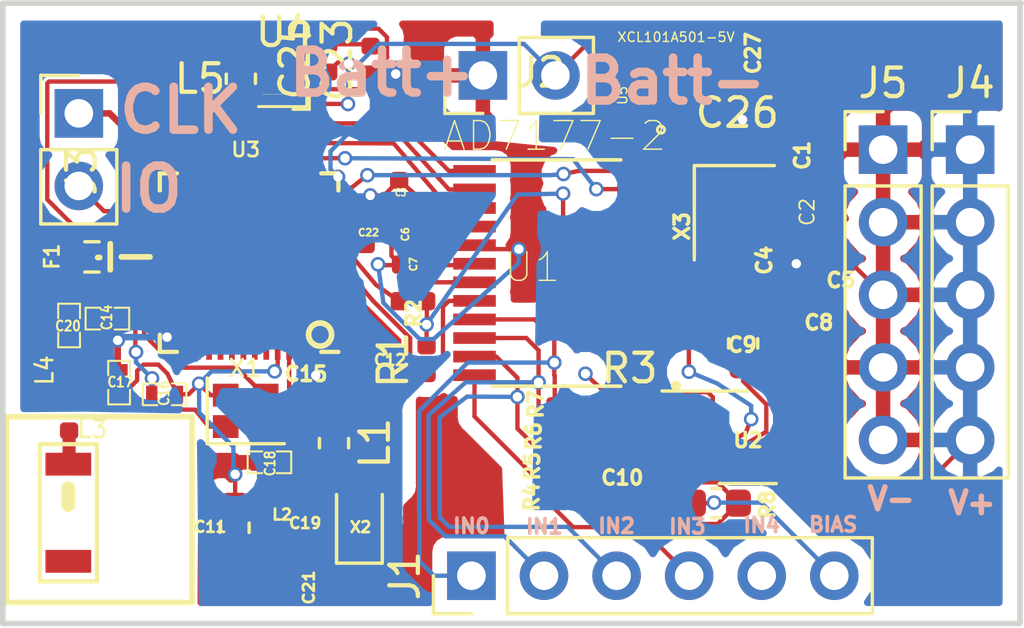
<source format=kicad_pcb>
(kicad_pcb (version 20171130) (host pcbnew "(5.0.1)-3")
  (layers (0 F.Cu signal) (31 B.Cu signal) (34 B.Paste user) (35 F.Paste user) (36 B.SilkS user) (37 F.SilkS user) (38 B.Mask user) (39 F.Mask user) (44 Edge.Cuts user))
  (net 0 "")
  (net 1 /DEC1)
  (net 2 /RF)
  (net 3 /SWDCLK)
  (net 4 /SWDIO)
  (net 5 "Net-(A1-Pad1)")
  (net 6 "Net-(C30-Pad2)")
  (net 7 "Net-(F1-Pad2)")
  (net 8 /DEC3)
  (net 9 "Net-(C11-Pad1)")
  (net 10 "Net-(U5-Pad5)")
  (net 11 "Net-(C18-Pad2)")
  (net 12 "Net-(C19-Pad1)")
  (net 13 "Net-(U3-Pad24)")
  (net 14 "Net-(U3-Pad14)")
  (net 15 "Net-(L1-Pad1)")
  (net 16 "Net-(A1-Pad2)")
  (net 17 AGND)
  (net 18 DVDD-3.3V)
  (net 19 AVDD-5V)
  (net 20 AVSS)
  (net 21 "Net-(C6-Pad2)")
  (net 22 "Net-(C8-Pad1)")
  (net 23 "Net-(C10-Pad1)")
  (net 24 /INBIAS)
  (net 25 "Net-(C16-Pad2)")
  (net 26 "Net-(C20-Pad2)")
  (net 27 "Net-(C21-Pad1)")
  (net 28 Battery_Vin)
  (net 29 /IN0)
  (net 30 /IN1)
  (net 31 /IN2)
  (net 32 /IN3)
  (net 33 /IN4)
  (net 34 "Net-(L1-Pad2)")
  (net 35 "Net-(L5-Pad1)")
  (net 36 /GPIO1)
  (net 37 /GPIO0)
  (net 38 "Net-(U1-Pad2)")
  (net 39 "Net-(U1-Pad3)")
  (net 40 /REFOUT)
  (net 41 /DOUT)
  (net 42 /DIN)
  (net 43 /SCLK)
  (net 44 /CS)
  (net 45 /SYNC\ERR)
  (net 46 "Net-(U3-Pad4)")
  (net 47 "Net-(U3-Pad5)")
  (net 48 "Net-(U3-Pad8)")
  (net 49 "Net-(U3-Pad9)")
  (net 50 "Net-(U3-Pad10)")
  (net 51 "Net-(U3-Pad11)")
  (net 52 "Net-(U3-Pad16)")
  (net 53 "Net-(U3-Pad27)")
  (net 54 "Net-(U3-Pad28)")
  (net 55 "Net-(U3-Pad29)")
  (net 56 "Net-(U3-Pad37)")
  (net 57 "Net-(U3-Pad38)")
  (net 58 "Net-(U3-Pad39)")
  (net 59 "Net-(U3-Pad40)")
  (net 60 "Net-(U3-Pad41)")
  (net 61 "Net-(U3-Pad42)")
  (net 62 "Net-(U3-Pad43)")
  (net 63 "Net-(U3-Pad44)")
  (net 64 "Net-(U5-Pad1)")
  (net 65 "Net-(C1-Pad2)")
  (net 66 "Net-(C2-Pad2)")
  (net 67 "Net-(U3-Pad19)")
  (net 68 "Net-(U3-Pad20)")
  (net 69 "Net-(U3-Pad32)")
  (net 70 "Net-(U3-Pad17)")
  (net 71 "Net-(U3-Pad18)")
  (module Capacitor_SMD:C_0402_1005Metric (layer F.Cu) (at 201.165 127.94)
    (fp_text reference C6 (at 0 -0.01 90) (layer F.SilkS) (effects (font (size 0.25 0.25) (thickness 0.0625))))
    (fp_text value 0.1uF)
    (pad 1 smd roundrect (at -0.485 0) (size 0.59 0.64) (layers F.Cu F.Paste F.Mask) (net 17 AGND))
    (pad 2 smd roundrect (at 0.485 0) (size 0.59 0.64) (layers F.Cu F.Paste F.Mask) (net 21 "Net-(C6-Pad2)"))
  )
  (module CONV_XCL206B333CR-G:CONV_XCL206B333CR-G (layer F.Cu) (at 210.8625 122.77 90)
    (fp_text reference U5 (at -0.30167 -2.09379 90) (layer F.SilkS) (effects (font (size 0.33035 0.33035) (thickness 0.05))))
    (fp_text value XCL101A501-5V (at 1.74 -0.2225 180) (layer F.SilkS) (effects (font (size 0.331398 0.331398) (thickness 0.05))))
    (pad 1 smd rect (at -0.9375 -0.55) (size 0.35 0.375) (layers F.Cu F.Paste F.Mask) (net 64 "Net-(U5-Pad1)"))
    (pad 2 smd rect (at -0.9375 0) (size 0.35 0.375) (layers F.Cu F.Paste F.Mask) (net 19 AVDD-5V))
    (pad 3 smd rect (at -0.9375 0.55) (size 0.35 0.375) (layers F.Cu F.Paste F.Mask) (net 28 Battery_Vin))
    (pad 4 smd rect (at 0.9375 0.55) (size 0.35 0.375) (layers F.Cu F.Paste F.Mask) (net 28 Battery_Vin))
    (pad 5 smd rect (at 0.9375 0) (size 0.35 0.375) (layers F.Cu F.Paste F.Mask) (net 10 "Net-(U5-Pad5)"))
    (pad 6 smd rect (at 0.9375 -0.55) (size 0.35 0.375) (layers F.Cu F.Paste F.Mask) (net 17 AGND))
    (pad 7 smd rect (at 0 -1.275) (size 0.35 2.1) (layers F.Cu F.Paste F.Mask) (net 64 "Net-(U5-Pad1)"))
    (pad 8 smd rect (at 0 1.275) (size 0.35 2.1) (layers F.Cu F.Paste F.Mask) (net 28 Battery_Vin))
    (pad 9 smd rect (at 0 0) (size 1.5 1.1) (layers F.Cu F.Paste F.Mask))
  )
  (module Resistor_SMD:R_0402_1005Metric (layer F.Cu) (at 201.91 132.325 90)
    (fp_text reference R1 (at 0 -1.17 90) (layer F.SilkS))
    (fp_text value 5k)
    (pad 2 smd roundrect (at 0.485 0 90) (size 0.59 0.64) (layers F.Cu F.Paste F.Mask) (net 20 AVSS))
    (pad 1 smd roundrect (at -0.485 0 90) (size 0.59 0.64) (layers F.Cu F.Paste F.Mask) (net 36 /GPIO1))
  )
  (module Resistor_SMD:R_0402_1005Metric (layer F.Cu) (at 201.435 130.27)
    (fp_text reference R2 (at 0.025 0.43 90) (layer F.SilkS) (effects (font (size 0.5 0.5) (thickness 0.125))))
    (fp_text value 5k)
    (pad 2 smd roundrect (at 0.485 0) (size 0.59 0.64) (layers F.Cu F.Paste F.Mask) (net 20 AVSS))
    (pad 1 smd roundrect (at -0.485 0) (size 0.59 0.64) (layers F.Cu F.Paste F.Mask) (net 37 /GPIO0))
  )
  (module Connector_PinHeader_2.54mm:PinHeader_1x06_P2.54mm_Vertical (layer F.Cu) (at 203.48 139.88 90)
    (fp_text reference J1 (at 0 -2.33 90) (layer F.SilkS))
    (fp_text value "IN EEG")
    (pad 1 thru_hole rect (at 0 0 90) (size 1.7 1.7) (drill 1) (layers *.Cu *.Mask) (net 29 /IN0))
    (pad 2 thru_hole oval (at 0 2.54 90) (size 1.7 1.7) (drill 1) (layers *.Cu *.Mask) (net 30 /IN1))
    (pad 3 thru_hole oval (at 0 5.08 90) (size 1.7 1.7) (drill 1) (layers *.Cu *.Mask) (net 31 /IN2))
    (pad 4 thru_hole oval (at 0 7.62 90) (size 1.7 1.7) (drill 1) (layers *.Cu *.Mask) (net 32 /IN3))
    (pad 5 thru_hole oval (at 0 10.16 90) (size 1.7 1.7) (drill 1) (layers *.Cu *.Mask) (net 33 /IN4))
    (pad 6 thru_hole oval (at 0 12.7 90) (size 1.7 1.7) (drill 1) (layers *.Cu *.Mask) (net 24 /INBIAS))
  )
  (module SOP65P640X120-24N:SOP65P640X120-24N (layer F.Cu) (at 206.458 129.286 180)
    (fp_text reference U1 (at 0.848 0.206 180) (layer F.SilkS) (effects (font (size 1.00057 1.00057) (thickness 0.05))))
    (fp_text value AD7177-2 (at 0.068 4.796 180) (layer F.SilkS) (effects (font (size 1.00072 1.00072) (thickness 0.05))))
    (pad 1 smd rect (at -2.87 -3.575 180) (size 1.49 0.41) (layers F.Cu F.Paste F.Mask) (net 33 /IN4))
    (pad 2 smd rect (at -2.87 -2.925 180) (size 1.49 0.41) (layers F.Cu F.Paste F.Mask) (net 38 "Net-(U1-Pad2)"))
    (pad 3 smd rect (at -2.87 -2.275 180) (size 1.49 0.41) (layers F.Cu F.Paste F.Mask) (net 39 "Net-(U1-Pad3)"))
    (pad 4 smd rect (at -2.87 -1.625 180) (size 1.49 0.41) (layers F.Cu F.Paste F.Mask) (net 40 /REFOUT))
    (pad 5 smd rect (at -2.87 -0.975 180) (size 1.49 0.41) (layers F.Cu F.Paste F.Mask) (net 22 "Net-(C8-Pad1)"))
    (pad 6 smd rect (at -2.87 -0.325 180) (size 1.49 0.41) (layers F.Cu F.Paste F.Mask) (net 20 AVSS))
    (pad 7 smd rect (at -2.87 0.325 180) (size 1.49 0.41) (layers F.Cu F.Paste F.Mask) (net 19 AVDD-5V))
    (pad 8 smd rect (at -2.87 0.975 180) (size 1.49 0.41) (layers F.Cu F.Paste F.Mask) (net 19 AVDD-5V))
    (pad 9 smd rect (at -2.87 1.625 180) (size 1.49 0.41) (layers F.Cu F.Paste F.Mask) (net 66 "Net-(C2-Pad2)"))
    (pad 10 smd rect (at -2.87 2.275 180) (size 1.49 0.41) (layers F.Cu F.Paste F.Mask) (net 65 "Net-(C1-Pad2)"))
    (pad 11 smd rect (at -2.87 2.925 180) (size 1.49 0.41) (layers F.Cu F.Paste F.Mask) (net 41 /DOUT))
    (pad 12 smd rect (at -2.87 3.575 180) (size 1.49 0.41) (layers F.Cu F.Paste F.Mask) (net 42 /DIN))
    (pad 13 smd rect (at 2.87 3.575) (size 1.49 0.41) (layers F.Cu F.Paste F.Mask) (net 43 /SCLK))
    (pad 14 smd rect (at 2.87 2.925) (size 1.49 0.41) (layers F.Cu F.Paste F.Mask) (net 44 /CS))
    (pad 15 smd rect (at 2.87 2.275) (size 1.49 0.41) (layers F.Cu F.Paste F.Mask) (net 45 /SYNC\ERR))
    (pad 16 smd rect (at 2.87 1.625) (size 1.49 0.41) (layers F.Cu F.Paste F.Mask) (net 18 DVDD-3.3V))
    (pad 17 smd rect (at 2.87 0.975) (size 1.49 0.41) (layers F.Cu F.Paste F.Mask) (net 17 AGND))
    (pad 18 smd rect (at 2.87 0.325) (size 1.49 0.41) (layers F.Cu F.Paste F.Mask) (net 21 "Net-(C6-Pad2)"))
    (pad 19 smd rect (at 2.87 -0.325) (size 1.49 0.41) (layers F.Cu F.Paste F.Mask) (net 37 /GPIO0))
    (pad 20 smd rect (at 2.87 -0.975) (size 1.49 0.41) (layers F.Cu F.Paste F.Mask) (net 36 /GPIO1))
    (pad 21 smd rect (at 2.87 -1.625) (size 1.49 0.41) (layers F.Cu F.Paste F.Mask) (net 29 /IN0))
    (pad 22 smd rect (at 2.87 -2.275) (size 1.49 0.41) (layers F.Cu F.Paste F.Mask) (net 30 /IN1))
    (pad 23 smd rect (at 2.87 -2.925) (size 1.49 0.41) (layers F.Cu F.Paste F.Mask) (net 31 /IN2))
    (pad 24 smd rect (at 2.87 -3.575) (size 1.49 0.41) (layers F.Cu F.Paste F.Mask) (net 32 /IN3))
  )
  (module Connector_PinHeader_2.54mm:PinHeader_1x05_P2.54mm_Vertical (layer F.Cu) (at 217.888 124.968)
    (fp_text reference J5 (at 0 -2.33) (layer F.SilkS))
    (fp_text value "Vs- Ele")
    (pad 5 thru_hole oval (at 0 10.16) (size 1.7 1.7) (drill 1) (layers *.Cu *.Mask) (net 17 AGND))
    (pad 4 thru_hole oval (at 0 7.62) (size 1.7 1.7) (drill 1) (layers *.Cu *.Mask) (net 17 AGND))
    (pad 3 thru_hole oval (at 0 5.08) (size 1.7 1.7) (drill 1) (layers *.Cu *.Mask) (net 17 AGND))
    (pad 2 thru_hole oval (at 0 2.54) (size 1.7 1.7) (drill 1) (layers *.Cu *.Mask) (net 17 AGND))
    (pad 1 thru_hole rect (at 0 0) (size 1.7 1.7) (drill 1) (layers *.Cu *.Mask) (net 17 AGND))
  )
  (module "Capacitor_SMD:Cap_0402(metric" (layer F.Cu) (at 196.41042 135.91)
    (fp_text reference C18 (at 0.02 0.04 90) (layer F.SilkS) (effects (font (size 0.35052 0.3048) (thickness 0.07112))))
    (fp_text value 12pF hide)
    (pad 2 smd rect (at 0.44958 0) (size 0.39878 0.59944) (layers F.Cu F.Paste F.Mask) (net 11 "Net-(C18-Pad2)"))
    (pad 1 smd rect (at -0.44958 0) (size 0.39878 0.59944) (layers F.Cu F.Paste F.Mask) (net 17 AGND))
  )
  (module "Capacitor_SMD:Cap_0402(metric" (layer F.Cu) (at 192.74 133.53 180)
    (fp_text reference C16 (at 0.02 0.04 270) (layer F.SilkS) (effects (font (size 0.35052 0.3048) (thickness 0.07112))))
    (fp_text value 12pF hide)
    (pad 1 smd rect (at -0.44958 0 180) (size 0.39878 0.59944) (layers F.Cu F.Paste F.Mask) (net 17 AGND))
    (pad 2 smd rect (at 0.44958 0 180) (size 0.39878 0.59944) (layers F.Cu F.Paste F.Mask) (net 25 "Net-(C16-Pad2)"))
  )
  (module Crystal:Crystal_SMD_2016-4Pin_2.0x1.6mm (layer F.Cu) (at 195.58 134.11)
    (fp_text reference X1 (at -0.02 -1.49) (layer F.SilkS) (effects (font (size 0.6 0.6) (thickness 0.09))))
    (fp_text value Crystal_GND24)
    (pad 1 smd rect (at -0.7 0.55) (size 0.9 0.8) (layers F.Cu F.Paste F.Mask) (net 25 "Net-(C16-Pad2)"))
    (pad 2 smd rect (at 0.7 0.55) (size 0.9 0.8) (layers F.Cu F.Paste F.Mask) (net 17 AGND))
    (pad 3 smd rect (at 0.7 -0.55) (size 0.9 0.8) (layers F.Cu F.Paste F.Mask) (net 11 "Net-(C18-Pad2)"))
    (pad 4 smd rect (at -0.7 -0.55) (size 0.9 0.8) (layers F.Cu F.Paste F.Mask) (net 17 AGND))
  )
  (module RF_Antenna:JTI-2450AT18A100-CHIP-ANT (layer F.Cu) (at 189.371614 137.676386 270)
    (fp_text reference A1 hide)
    (fp_text value CHIP-ANT hide)
    (pad 1 smd rect (at -1.7 0 270) (size 0.8 1.6) (layers F.Cu F.Paste F.Mask) (net 5 "Net-(A1-Pad1)"))
    (pad 2 smd rect (at 1.7 0 270) (size 0.8 1.6) (layers F.Cu F.Paste F.Mask) (net 16 "Net-(A1-Pad2)"))
  )
  (module "Capacitor_SMD:Cap_0402(metric" (layer F.Cu) (at 191.148614 133.121386 90)
    (fp_text reference C17 (at 0.02 0.04 180) (layer F.SilkS) (effects (font (size 0.35052 0.3048) (thickness 0.07112))))
    (fp_text value 100nF hide)
    (pad 2 smd rect (at 0.44958 0 90) (size 0.39878 0.59944) (layers F.Cu F.Paste F.Mask) (net 18 DVDD-3.3V))
    (pad 1 smd rect (at -0.44958 0 90) (size 0.39878 0.59944) (layers F.Cu F.Paste F.Mask) (net 17 AGND))
  )
  (module "Capacitor_SMD:Cap_0402(metric" (layer F.Cu) (at 190.738614 130.881386 180)
    (fp_text reference C14 (at 0.02 0.04 270) (layer F.SilkS) (effects (font (size 0.35052 0.3048) (thickness 0.07112))))
    (fp_text value 100pF hide)
    (pad 1 smd rect (at -0.44958 0 180) (size 0.39878 0.59944) (layers F.Cu F.Paste F.Mask) (net 8 /DEC3))
    (pad 2 smd rect (at 0.44958 0 180) (size 0.39878 0.59944) (layers F.Cu F.Paste F.Mask) (net 17 AGND))
  )
  (module "Capacitor_SMD:Cap_0402(metric" (layer F.Cu) (at 189.398614 131.121386 270)
    (fp_text reference C20 (at 0.02 0.04) (layer F.SilkS) (effects (font (size 0.35052 0.3048) (thickness 0.07112))))
    (fp_text value 1.0pF hide)
    (pad 1 smd rect (at -0.44958 0 270) (size 0.39878 0.59944) (layers F.Cu F.Paste F.Mask) (net 2 /RF))
    (pad 2 smd rect (at 0.44958 0 270) (size 0.39878 0.59944) (layers F.Cu F.Paste F.Mask) (net 26 "Net-(C20-Pad2)"))
  )
  (module Inductor_SMD:L_0402_1005Metric (layer F.Cu) (at 189.798614 132.721386)
    (fp_text reference L4 (at -1.258614 -0.031386 90) (layer F.SilkS) (effects (font (size 0.6 0.6) (thickness 0.09))))
    (fp_text value 2.7nH)
    (pad 1 smd roundrect (at -0.485 0) (size 0.59 0.64) (layers F.Cu F.Paste F.Mask) (net 26 "Net-(C20-Pad2)"))
    (pad 2 smd roundrect (at 0.485 0) (size 0.59 0.64) (layers F.Cu F.Paste F.Mask) (net 17 AGND))
  )
  (module Inductor_SMD:L_0402_1005Metric (layer F.Cu) (at 189.398614 134.321386 90)
    (fp_text reference L3 (at -0.431386 0.818614 180) (layer F.SilkS) (effects (font (size 0.6 0.6) (thickness 0.09))))
    (fp_text value 3.9nH)
    (pad 2 smd roundrect (at 0.485 0 90) (size 0.59 0.64) (layers F.Cu F.Paste F.Mask) (net 5 "Net-(A1-Pad1)"))
    (pad 1 smd roundrect (at -0.485 0 90) (size 0.59 0.64) (layers F.Cu F.Paste F.Mask) (net 26 "Net-(C20-Pad2)"))
  )
  (module Package_DFN_QFN:NRF_UQFN-48-1EP_6x6mm_Pitch0.4mm (layer F.Cu) (at 195.698614 128.921386 180)
    (fp_text reference U3 (at 0.118614 3.953386) (layer F.SilkS) (effects (font (size 0.5 0.5) (thickness 0.095))))
    (fp_text value NRF528XX-QFAA)
    (pad 1 smd rect (at -3 -2.2 180) (size 0.8 0.2) (layers F.Cu F.Paste F.Mask) (net 1 /DEC1))
    (pad 2 smd rect (at -3 -1.8 180) (size 0.8 0.2) (layers F.Cu F.Paste F.Mask) (net 12 "Net-(C19-Pad1)"))
    (pad 3 smd rect (at -3 -1.4 180) (size 0.8 0.2) (layers F.Cu F.Paste F.Mask) (net 27 "Net-(C21-Pad1)"))
    (pad 4 smd rect (at -3 -1 180) (size 0.8 0.2) (layers F.Cu F.Paste F.Mask) (net 46 "Net-(U3-Pad4)"))
    (pad 5 smd rect (at -3 -0.6 180) (size 0.8 0.2) (layers F.Cu F.Paste F.Mask) (net 47 "Net-(U3-Pad5)"))
    (pad 6 smd rect (at -3 -0.2 180) (size 0.8 0.2) (layers F.Cu F.Paste F.Mask) (net 36 /GPIO1))
    (pad 7 smd rect (at -3 0.2 180) (size 0.8 0.2) (layers F.Cu F.Paste F.Mask) (net 37 /GPIO0))
    (pad 8 smd rect (at -3 0.6 180) (size 0.8 0.2) (layers F.Cu F.Paste F.Mask) (net 48 "Net-(U3-Pad8)"))
    (pad 9 smd rect (at -3 1 180) (size 0.8 0.2) (layers F.Cu F.Paste F.Mask) (net 49 "Net-(U3-Pad9)"))
    (pad 10 smd rect (at -3 1.4 180) (size 0.8 0.2) (layers F.Cu F.Paste F.Mask) (net 50 "Net-(U3-Pad10)"))
    (pad 11 smd rect (at -3 1.8 180) (size 0.8 0.2) (layers F.Cu F.Paste F.Mask) (net 51 "Net-(U3-Pad11)"))
    (pad 12 smd rect (at -3 2.2 180) (size 0.8 0.2) (layers F.Cu F.Paste F.Mask) (net 42 /DIN))
    (pad 13 smd rect (at -2.2 3 270) (size 0.8 0.2) (layers F.Cu F.Paste F.Mask) (net 18 DVDD-3.3V))
    (pad 14 smd rect (at -1.8 3 270) (size 0.8 0.2) (layers F.Cu F.Paste F.Mask) (net 14 "Net-(U3-Pad14)"))
    (pad 15 smd rect (at -1.4 3 270) (size 0.8 0.2) (layers F.Cu F.Paste F.Mask) (net 41 /DOUT))
    (pad 16 smd rect (at -1 3 270) (size 0.8 0.2) (layers F.Cu F.Paste F.Mask) (net 52 "Net-(U3-Pad16)"))
    (pad 17 smd rect (at -0.6 3 270) (size 0.8 0.2) (layers F.Cu F.Paste F.Mask) (net 70 "Net-(U3-Pad17)"))
    (pad 18 smd rect (at -0.2 3 270) (size 0.8 0.2) (layers F.Cu F.Paste F.Mask) (net 71 "Net-(U3-Pad18)"))
    (pad 19 smd rect (at 0.2 3 270) (size 0.8 0.2) (layers F.Cu F.Paste F.Mask) (net 67 "Net-(U3-Pad19)"))
    (pad 20 smd rect (at 0.6 3 270) (size 0.8 0.2) (layers F.Cu F.Paste F.Mask) (net 68 "Net-(U3-Pad20)"))
    (pad 21 smd rect (at 1 3 270) (size 0.8 0.2) (layers F.Cu F.Paste F.Mask) (net 45 /SYNC\ERR))
    (pad 22 smd rect (at 1.4 3 270) (size 0.8 0.2) (layers F.Cu F.Paste F.Mask) (net 44 /CS))
    (pad 23 smd rect (at 1.8 3 270) (size 0.8 0.2) (layers F.Cu F.Paste F.Mask) (net 43 /SCLK))
    (pad 24 smd rect (at 2.2 3 270) (size 0.8 0.2) (layers F.Cu F.Paste F.Mask) (net 13 "Net-(U3-Pad24)"))
    (pad 25 smd rect (at 3 2.2 180) (size 0.8 0.2) (layers F.Cu F.Paste F.Mask) (net 3 /SWDCLK))
    (pad 26 smd rect (at 3 1.8 180) (size 0.8 0.2) (layers F.Cu F.Paste F.Mask) (net 4 /SWDIO))
    (pad 27 smd rect (at 3 1.4 180) (size 0.8 0.2) (layers F.Cu F.Paste F.Mask) (net 53 "Net-(U3-Pad27)"))
    (pad 28 smd rect (at 3 1 180) (size 0.8 0.2) (layers F.Cu F.Paste F.Mask) (net 54 "Net-(U3-Pad28)"))
    (pad 29 smd rect (at 3 0.6 180) (size 0.8 0.2) (layers F.Cu F.Paste F.Mask) (net 55 "Net-(U3-Pad29)"))
    (pad 30 smd rect (at 3 0.2 180) (size 0.8 0.2) (layers F.Cu F.Paste F.Mask) (net 7 "Net-(F1-Pad2)"))
    (pad 31 smd rect (at 3 -0.2 180) (size 0.8 0.2) (layers F.Cu F.Paste F.Mask) (net 17 AGND))
    (pad 32 smd rect (at 3 -0.6 180) (size 0.8 0.2) (layers F.Cu F.Paste F.Mask) (net 69 "Net-(U3-Pad32)"))
    (pad 33 smd rect (at 3 -1 180) (size 0.8 0.2) (layers F.Cu F.Paste F.Mask) (net 8 /DEC3))
    (pad 34 smd rect (at 3 -1.4 180) (size 0.8 0.2) (layers F.Cu F.Paste F.Mask) (net 25 "Net-(C16-Pad2)"))
    (pad 35 smd rect (at 3 -1.8 180) (size 0.8 0.2) (layers F.Cu F.Paste F.Mask) (net 11 "Net-(C18-Pad2)"))
    (pad 36 smd rect (at 3 -2.2 180) (size 0.8 0.2) (layers F.Cu F.Paste F.Mask) (net 18 DVDD-3.3V))
    (pad 37 smd rect (at 2.2 -3 270) (size 0.8 0.2) (layers F.Cu F.Paste F.Mask) (net 56 "Net-(U3-Pad37)"))
    (pad 38 smd rect (at 1.8 -3 270) (size 0.8 0.2) (layers F.Cu F.Paste F.Mask) (net 57 "Net-(U3-Pad38)"))
    (pad 39 smd rect (at 1.4 -3 270) (size 0.8 0.2) (layers F.Cu F.Paste F.Mask) (net 58 "Net-(U3-Pad39)"))
    (pad 40 smd rect (at 1 -3 270) (size 0.8 0.2) (layers F.Cu F.Paste F.Mask) (net 59 "Net-(U3-Pad40)"))
    (pad 41 smd rect (at 0.6 -3 270) (size 0.8 0.2) (layers F.Cu F.Paste F.Mask) (net 60 "Net-(U3-Pad41)"))
    (pad 42 smd rect (at 0.2 -3 270) (size 0.8 0.2) (layers F.Cu F.Paste F.Mask) (net 61 "Net-(U3-Pad42)"))
    (pad 43 smd rect (at -0.2 -3 270) (size 0.8 0.2) (layers F.Cu F.Paste F.Mask) (net 62 "Net-(U3-Pad43)"))
    (pad 44 smd rect (at -0.6 -3 270) (size 0.8 0.2) (layers F.Cu F.Paste F.Mask) (net 63 "Net-(U3-Pad44)"))
    (pad 45 smd rect (at -1 -3 270) (size 0.8 0.2) (layers F.Cu F.Paste F.Mask) (net 17 AGND))
    (pad 46 smd rect (at -1.4 -3 270) (size 0.8 0.2) (layers F.Cu F.Paste F.Mask) (net 9 "Net-(C11-Pad1)"))
    (pad 47 smd rect (at -1.8 -3 270) (size 0.8 0.2) (layers F.Cu F.Paste F.Mask) (net 15 "Net-(L1-Pad1)"))
    (pad 48 smd rect (at -2.2 -3 270) (size 0.8 0.2) (layers F.Cu F.Paste F.Mask) (net 18 DVDD-3.3V))
    (pad 49 smd rect (at 1.66875 1.66875 180) (size 1.1125 1.1125) (layers F.Cu F.Paste F.Mask) (net 17 AGND))
    (pad 49 smd rect (at 1.66875 0.55625 180) (size 1.1125 1.1125) (layers F.Cu F.Paste F.Mask) (net 17 AGND))
    (pad 49 smd rect (at 1.66875 -0.55625 180) (size 1.1125 1.1125) (layers F.Cu F.Paste F.Mask) (net 17 AGND))
    (pad 49 smd rect (at 1.66875 -1.66875 180) (size 1.1125 1.1125) (layers F.Cu F.Paste F.Mask) (net 17 AGND))
    (pad 49 smd rect (at 0.55625 1.66875 180) (size 1.1125 1.1125) (layers F.Cu F.Paste F.Mask) (net 17 AGND))
    (pad 49 smd rect (at 0.55625 0.55625 180) (size 1.1125 1.1125) (layers F.Cu F.Paste F.Mask) (net 17 AGND))
    (pad 49 smd rect (at 0.55625 -0.55625 180) (size 1.1125 1.1125) (layers F.Cu F.Paste F.Mask) (net 17 AGND))
    (pad 49 smd rect (at 0.55625 -1.66875 180) (size 1.1125 1.1125) (layers F.Cu F.Paste F.Mask) (net 17 AGND))
    (pad 49 smd rect (at -0.55625 1.66875 180) (size 1.1125 1.1125) (layers F.Cu F.Paste F.Mask) (net 17 AGND))
    (pad 49 smd rect (at -0.55625 0.55625 180) (size 1.1125 1.1125) (layers F.Cu F.Paste F.Mask) (net 17 AGND))
    (pad 49 smd rect (at -0.55625 -0.55625 180) (size 1.1125 1.1125) (layers F.Cu F.Paste F.Mask) (net 17 AGND))
    (pad 49 smd rect (at -0.55625 -1.66875 180) (size 1.1125 1.1125) (layers F.Cu F.Paste F.Mask) (net 17 AGND))
    (pad 49 smd rect (at -1.66875 1.66875 180) (size 1.1125 1.1125) (layers F.Cu F.Paste F.Mask) (net 17 AGND))
    (pad 49 smd rect (at -1.66875 0.55625 180) (size 1.1125 1.1125) (layers F.Cu F.Paste F.Mask) (net 17 AGND))
    (pad 49 smd rect (at -1.66875 -0.55625 180) (size 1.1125 1.1125) (layers F.Cu F.Paste F.Mask) (net 17 AGND))
    (pad 49 smd rect (at -1.66875 -1.66875 180) (size 1.1125 1.1125) (layers F.Cu F.Paste F.Mask) (net 17 AGND))
  )
  (module Capacitor_SMD:Modified_cap-0402-ground (layer F.Cu) (at 190.198614 128.721386 180)
    (fp_text reference F1 (at 1.4 0.01 270) (layer F.SilkS) (effects (font (size 0.5 0.5) (thickness 0.1))))
    (fp_text value 2450FM07A0029)
    (pad 1 smd rect (at 0 0.3265 180) (size 0.3 0.7) (layers F.Cu F.Paste F.Mask) (net 17 AGND))
    (pad 2 smd rect (at -0.6125 0 180) (size 0.6 0.6) (layers F.Cu F.Paste F.Mask) (net 7 "Net-(F1-Pad2)"))
    (pad 4 smd rect (at 0.6125 0 180) (size 0.6 0.6) (layers F.Cu F.Paste F.Mask) (net 2 /RF))
    (pad 3 smd rect (at 0 -0.3625 180) (size 0.3 0.7) (layers F.Cu F.Paste F.Mask) (net 17 AGND))
  )
  (module Crystal:Crystal_SMD_2520-4Pin_2.5x2.0mm (layer F.Cu) (at 212.68 127.175 270)
    (fp_text reference X3 (at 0.475 1.83 270) (layer F.SilkS) (effects (font (size 0.508 0.508) (thickness 0.127))))
    (fp_text value "FA-20H 9pF 10ppm")
    (pad 1 smd rect (at -0.875 0.7 270) (size 1.15 1) (layers F.Cu F.Paste F.Mask) (net 65 "Net-(C1-Pad2)"))
    (pad 2 smd rect (at 0.875 0.7 270) (size 1.15 1) (layers F.Cu F.Paste F.Mask) (net 17 AGND))
    (pad 3 smd rect (at 0.875 -0.7 270) (size 1.15 1) (layers F.Cu F.Paste F.Mask) (net 66 "Net-(C2-Pad2)"))
    (pad 4 smd rect (at -0.875 -0.7 270) (size 1.15 1) (layers F.Cu F.Paste F.Mask) (net 17 AGND))
  )
  (module Capacitor_SMD:C_0402_1005Metric (layer F.Cu) (at 215.135 125.99 180)
    (fp_text reference C1 (at 0.075 0.82 270) (layer F.SilkS) (effects (font (size 0.508 0.508) (thickness 0.127))))
    (fp_text value 18pF)
    (pad 2 smd roundrect (at 0.485 0 180) (size 0.59 0.64) (layers F.Cu F.Paste F.Mask) (net 65 "Net-(C1-Pad2)"))
    (pad 1 smd roundrect (at -0.485 0 180) (size 0.59 0.64) (layers F.Cu F.Paste F.Mask) (net 17 AGND))
  )
  (module Capacitor_SMD:C_0402_1005Metric (layer F.Cu) (at 215.23 128.08 180)
    (fp_text reference C2 (at 0 0.93 90) (layer F.SilkS) (effects (font (size 0.508 0.508) (thickness 0.0635))))
    (fp_text value 18pF)
    (pad 1 smd roundrect (at -0.485 0 180) (size 0.59 0.64) (layers F.Cu F.Paste F.Mask) (net 17 AGND))
    (pad 2 smd roundrect (at 0.485 0 180) (size 0.59 0.64) (layers F.Cu F.Paste F.Mask) (net 66 "Net-(C2-Pad2)"))
  )
  (module Capacitor_SMD:C_0402_1005Metric (layer F.Cu) (at 200.95 126.525 90)
    (fp_text reference C3 (at 0.055 0.05 180) (layer F.SilkS) (effects (font (size 0.25 0.2) (thickness 0.05))))
    (fp_text value 0.1uF)
    (pad 2 smd roundrect (at 0.485 0 90) (size 0.59 0.64) (layers F.Cu F.Paste F.Mask) (net 18 DVDD-3.3V))
    (pad 1 smd roundrect (at -0.485 0 90) (size 0.59 0.64) (layers F.Cu F.Paste F.Mask) (net 17 AGND))
  )
  (module Capacitor_SMD:C_0402_1005Metric (layer F.Cu) (at 213.685 129.53)
    (fp_text reference C4 (at 0.045 -0.69 90) (layer F.SilkS) (effects (font (size 0.508 0.508) (thickness 0.127))))
    (fp_text value 0.1uF)
    (pad 1 smd roundrect (at -0.485 0) (size 0.59 0.64) (layers F.Cu F.Paste F.Mask) (net 19 AVDD-5V))
    (pad 2 smd roundrect (at 0.485 0) (size 0.59 0.64) (layers F.Cu F.Paste F.Mask) (net 20 AVSS))
  )
  (module Capacitor_SMD:C_0402_1005Metric (layer F.Cu) (at 215.76 129.59 90)
    (fp_text reference C5 (at 0.05 0.65) (layer F.SilkS) (effects (font (size 0.508 0.508) (thickness 0.127))))
    (fp_text value 0.1uF)
    (pad 1 smd roundrect (at -0.485 0 90) (size 0.59 0.64) (layers F.Cu F.Paste F.Mask) (net 20 AVSS))
    (pad 2 smd roundrect (at 0.485 0 90) (size 0.59 0.64) (layers F.Cu F.Paste F.Mask) (net 17 AGND))
  )
  (module Capacitor_SMD:C_0402_1005Metric (layer F.Cu) (at 214.76 130.985 90)
    (fp_text reference C8 (at -0.035 0.88 180) (layer F.SilkS) (effects (font (size 0.508 0.508) (thickness 0.127))))
    (fp_text value 0.1uF)
    (pad 2 smd roundrect (at 0.485 0 90) (size 0.59 0.64) (layers F.Cu F.Paste F.Mask) (net 20 AVSS))
    (pad 1 smd roundrect (at -0.485 0 90) (size 0.59 0.64) (layers F.Cu F.Paste F.Mask) (net 22 "Net-(C8-Pad1)"))
  )
  (module Capacitor_SMD:C_0603_1608Metric (layer F.Cu) (at 212.99 131.7475 270)
    (fp_text reference C9 (at 0.0525 0.03) (layer F.SilkS) (effects (font (size 0.508 0.508) (thickness 0.127))))
    (fp_text value 1uF)
    (pad 1 smd roundrect (at -0.7875 0 270) (size 0.875 0.95) (layers F.Cu F.Paste F.Mask) (net 22 "Net-(C8-Pad1)"))
    (pad 2 smd roundrect (at 0.7875 0 270) (size 0.875 0.95) (layers F.Cu F.Paste F.Mask) (net 20 AVSS))
  )
  (module Capacitor_SMD:C_0402_1005Metric (layer F.Cu) (at 208.77 136.48 270)
    (fp_text reference C10 (at -0.03 0.01) (layer F.SilkS) (effects (font (size 0.5 0.5) (thickness 0.125))))
    (fp_text value 1.0nF)
    (pad 1 smd roundrect (at -0.485 0 270) (size 0.59 0.64) (layers F.Cu F.Paste F.Mask) (net 23 "Net-(C10-Pad1)"))
    (pad 2 smd roundrect (at 0.485 0 270) (size 0.59 0.64) (layers F.Cu F.Paste F.Mask) (net 24 /INBIAS))
  )
  (module Capacitor_SMD:C_0603_1608Metric (layer F.Cu) (at 195.19 138.2 90)
    (fp_text reference C11 (at 0.03 -0.85 180) (layer F.SilkS) (effects (font (size 0.381 0.381) (thickness 0.09525))))
    (fp_text value 1.0µF)
    (pad 1 smd roundrect (at -0.7875 0 90) (size 0.875 0.95) (layers F.Cu F.Paste F.Mask) (net 9 "Net-(C11-Pad1)"))
    (pad 2 smd roundrect (at 0.7875 0 90) (size 0.875 0.95) (layers F.Cu F.Paste F.Mask) (net 17 AGND))
  )
  (module Capacitor_SMD:C_0402_1005Metric (layer F.Cu) (at 199.87 132.405 270)
    (fp_text reference C12 (at -0.075 -0.76) (layer F.SilkS) (effects (font (size 0.381 0.381) (thickness 0.09525))))
    (fp_text value 100nF)
    (pad 2 smd roundrect (at 0.485 0 270) (size 0.59 0.64) (layers F.Cu F.Paste F.Mask) (net 17 AGND))
    (pad 1 smd roundrect (at -0.485 0 270) (size 0.59 0.64) (layers F.Cu F.Paste F.Mask) (net 1 /DEC1))
  )
  (module Capacitor_SMD:C_0402_1005Metric (layer F.Cu) (at 198.13 138.06 90)
    (fp_text reference C19 (at 0.02 -0.47 180) (layer F.SilkS) (effects (font (size 0.381 0.381) (thickness 0.09525))))
    (fp_text value 12pF)
    (pad 2 smd roundrect (at 0.485 0 90) (size 0.59 0.64) (layers F.Cu F.Paste F.Mask) (net 17 AGND))
    (pad 1 smd roundrect (at -0.485 0 90) (size 0.59 0.64) (layers F.Cu F.Paste F.Mask) (net 12 "Net-(C19-Pad1)"))
  )
  (module Capacitor_SMD:C_0402_1005Metric (layer F.Cu) (at 197.775 139.56 180)
    (fp_text reference C21 (at -0.015 -0.73 270) (layer F.SilkS) (effects (font (size 0.381 0.4064) (thickness 0.09525))))
    (fp_text value 12pF)
    (pad 1 smd roundrect (at -0.485 0 180) (size 0.59 0.64) (layers F.Cu F.Paste F.Mask) (net 27 "Net-(C21-Pad1)"))
    (pad 2 smd roundrect (at 0.485 0 180) (size 0.59 0.64) (layers F.Cu F.Paste F.Mask) (net 17 AGND))
  )
  (module Capacitor_SMD:C_0402_1005Metric (layer F.Cu) (at 199.78 127.81 270)
    (fp_text reference C22 (at 0.06 -0.1) (layer F.SilkS) (effects (font (size 0.25 0.25) (thickness 0.0625))))
    (fp_text value 100nF)
    (pad 2 smd roundrect (at 0.485 0 270) (size 0.59 0.64) (layers F.Cu F.Paste F.Mask) (net 17 AGND))
    (pad 1 smd roundrect (at -0.485 0 270) (size 0.59 0.64) (layers F.Cu F.Paste F.Mask) (net 18 DVDD-3.3V))
  )
  (module Connector_PinHeader_2.54mm:PinHeader_1x02_P2.54mm_Vertical (layer F.Cu) (at 203.88 122.37 90)
    (fp_text reference J2 (at 0.099 2.018 180) (layer F.SilkS))
    (fp_text value Battery)
    (pad 2 thru_hole oval (at 0 2.54 90) (size 1.7 1.7) (drill 1) (layers *.Cu *.Mask) (net 28 Battery_Vin))
    (pad 1 thru_hole rect (at 0 0 90) (size 1.7 1.7) (drill 1) (layers *.Cu *.Mask) (net 17 AGND))
  )
  (module Connector_PinHeader_2.54mm:PinHeader_1x02_P2.54mm_Vertical (layer F.Cu) (at 189.738 123.698)
    (fp_text reference J3 (at 0.099 2.018 90) (layer F.SilkS))
    (fp_text value Programmer)
    (pad 1 thru_hole rect (at 0 0) (size 1.7 1.7) (drill 1) (layers *.Cu *.Mask) (net 3 /SWDCLK))
    (pad 2 thru_hole oval (at 0 2.54) (size 1.7 1.7) (drill 1) (layers *.Cu *.Mask) (net 4 /SWDIO))
  )
  (module Connector_PinHeader_2.54mm:PinHeader_1x05_P2.54mm_Vertical (layer F.Cu) (at 220.936 124.968)
    (fp_text reference J4 (at 0 -2.33) (layer F.SilkS))
    (fp_text value "Vs+ Ele")
    (pad 1 thru_hole rect (at 0 0) (size 1.7 1.7) (drill 1) (layers *.Cu *.Mask) (net 19 AVDD-5V))
    (pad 2 thru_hole oval (at 0 2.54) (size 1.7 1.7) (drill 1) (layers *.Cu *.Mask) (net 19 AVDD-5V))
    (pad 3 thru_hole oval (at 0 5.08) (size 1.7 1.7) (drill 1) (layers *.Cu *.Mask) (net 19 AVDD-5V))
    (pad 4 thru_hole oval (at 0 7.62) (size 1.7 1.7) (drill 1) (layers *.Cu *.Mask) (net 19 AVDD-5V))
    (pad 5 thru_hole oval (at 0 10.16) (size 1.7 1.7) (drill 1) (layers *.Cu *.Mask) (net 19 AVDD-5V))
  )
  (module Inductor_SMD:L_0603_1608Metric (layer F.Cu) (at 198.67 135.24 270)
    (fp_text reference L1 (at 0 -1.43 270) (layer F.SilkS))
    (fp_text value 10uH)
    (pad 2 smd roundrect (at 0.7875 0 270) (size 0.875 0.95) (layers F.Cu F.Paste F.Mask) (net 34 "Net-(L1-Pad2)"))
    (pad 1 smd roundrect (at -0.7875 0 270) (size 0.875 0.95) (layers F.Cu F.Paste F.Mask) (net 15 "Net-(L1-Pad1)"))
  )
  (module Inductor_SMD:L_0402_1005Metric (layer F.Cu) (at 196.43 137.755 90)
    (fp_text reference L2 (at 0.015 0.42 180) (layer F.SilkS) (effects (font (size 0.381 0.381) (thickness 0.09525))))
    (fp_text value 15nH)
    (pad 1 smd roundrect (at -0.485 0 90) (size 0.59 0.64) (layers F.Cu F.Paste F.Mask) (net 34 "Net-(L1-Pad2)"))
    (pad 2 smd roundrect (at 0.485 0 90) (size 0.59 0.64) (layers F.Cu F.Paste F.Mask) (net 9 "Net-(C11-Pad1)"))
  )
  (module Inductor_SMD:L_0603_1608Metric (layer F.Cu) (at 195.41 122.4875 90)
    (fp_text reference L5 (at 0 -1.43 180) (layer F.SilkS))
    (fp_text value 2.2uH)
    (pad 1 smd roundrect (at -0.7875 0 90) (size 0.875 0.95) (layers F.Cu F.Paste F.Mask) (net 35 "Net-(L5-Pad1)"))
    (pad 2 smd roundrect (at 0.7875 0 90) (size 0.875 0.95) (layers F.Cu F.Paste F.Mask) (net 18 DVDD-3.3V))
  )
  (module Resistor_SMD:R_0402_1005Metric (layer F.Cu) (at 209.015 133.79)
    (fp_text reference R3 (at 0 -1.17) (layer F.SilkS))
    (fp_text value 220k)
    (pad 1 smd roundrect (at -0.485 0) (size 0.59 0.64) (layers F.Cu F.Paste F.Mask) (net 33 /IN4))
    (pad 2 smd roundrect (at 0.485 0) (size 0.59 0.64) (layers F.Cu F.Paste F.Mask) (net 23 "Net-(C10-Pad1)"))
  )
  (module Resistor_SMD:R_0402_1005Metric (layer F.Cu) (at 206.875 137.11)
    (fp_text reference R4 (at -1.285 0.02 90) (layer F.SilkS) (effects (font (size 0.5 0.5) (thickness 0.125))))
    (fp_text value 220k)
    (pad 2 smd roundrect (at 0.485 0) (size 0.59 0.64) (layers F.Cu F.Paste F.Mask) (net 23 "Net-(C10-Pad1)"))
    (pad 1 smd roundrect (at -0.485 0) (size 0.59 0.64) (layers F.Cu F.Paste F.Mask) (net 32 /IN3))
  )
  (module Resistor_SMD:R_0402_1005Metric (layer F.Cu) (at 206.885 136.04)
    (fp_text reference R5 (at -1.275 0.01 90) (layer F.SilkS) (effects (font (size 0.5 0.5) (thickness 0.125))))
    (fp_text value 220k)
    (pad 1 smd roundrect (at -0.485 0) (size 0.59 0.64) (layers F.Cu F.Paste F.Mask) (net 31 /IN2))
    (pad 2 smd roundrect (at 0.485 0) (size 0.59 0.64) (layers F.Cu F.Paste F.Mask) (net 23 "Net-(C10-Pad1)"))
  )
  (module Resistor_SMD:R_0402_1005Metric (layer F.Cu) (at 206.88 135)
    (fp_text reference R6 (at -1.22 0 90) (layer F.SilkS) (effects (font (size 0.5 0.5) (thickness 0.125))))
    (fp_text value 220k)
    (pad 1 smd roundrect (at -0.485 0) (size 0.59 0.64) (layers F.Cu F.Paste F.Mask) (net 30 /IN1))
    (pad 2 smd roundrect (at 0.485 0) (size 0.59 0.64) (layers F.Cu F.Paste F.Mask) (net 23 "Net-(C10-Pad1)"))
  )
  (module Resistor_SMD:R_0402_1005Metric (layer F.Cu) (at 206.88 133.95)
    (fp_text reference R7 (at -1.15 -0.07 90) (layer F.SilkS) (effects (font (size 0.5 0.5) (thickness 0.125))))
    (fp_text value 220k)
    (pad 2 smd roundrect (at 0.485 0) (size 0.59 0.64) (layers F.Cu F.Paste F.Mask) (net 23 "Net-(C10-Pad1)"))
    (pad 1 smd roundrect (at -0.485 0) (size 0.59 0.64) (layers F.Cu F.Paste F.Mask) (net 29 /IN0))
  )
  (module Package_SO:VSSOP-8_3.0x3.0mm_P0.65mm (layer F.Cu) (at 213.15 135.035)
    (fp_text reference U2 (at 0.01 0.105) (layer F.SilkS) (effects (font (size 0.5 0.5) (thickness 0.125))))
    (fp_text value OPA2210)
    (pad 1 smd rect (at -2.2 -0.975 270) (size 0.45 1.45) (layers F.Cu F.Paste F.Mask) (net 24 /INBIAS))
    (pad 2 smd rect (at -2.2 -0.325 270) (size 0.45 1.45) (layers F.Cu F.Paste F.Mask) (net 23 "Net-(C10-Pad1)"))
    (pad 3 smd rect (at -2.2 0.325 270) (size 0.45 1.45) (layers F.Cu F.Paste F.Mask) (net 40 /REFOUT))
    (pad 4 smd rect (at -2.2 0.975 270) (size 0.45 1.45) (layers F.Cu F.Paste F.Mask) (net 20 AVSS))
    (pad 5 smd rect (at 2.2 0.975 270) (size 0.45 1.45) (layers F.Cu F.Paste F.Mask))
    (pad 6 smd rect (at 2.2 0.325 270) (size 0.45 1.45) (layers F.Cu F.Paste F.Mask))
    (pad 7 smd rect (at 2.2 -0.325 270) (size 0.45 1.45) (layers F.Cu F.Paste F.Mask))
    (pad 8 smd rect (at 2.2 -0.975 270) (size 0.45 1.45) (layers F.Cu F.Paste F.Mask) (net 19 AVDD-5V))
  )
  (module Package_LGA:RP511Z331 (layer F.Cu) (at 196.94 122.7)
    (fp_text reference U4 (at 0 -1.85) (layer F.SilkS))
    (fp_text value RP511Z331_3.3V)
    (pad C3 smd circle (at -0.47 -0.47) (size 0.23 0.23) (layers F.Cu F.Paste F.Mask) (net 17 AGND))
    (pad A3 smd circle (at 0.33 -0.47) (size 0.23 0.23) (layers F.Cu F.Paste F.Mask) (net 28 Battery_Vin))
    (pad A2 smd circle (at 0.33 -0.07) (size 0.23 0.23) (layers F.Cu F.Paste F.Mask) (net 18 DVDD-3.3V))
    (pad B1 smd circle (at -0.07 0.33) (size 0.23 0.23) (layers F.Cu F.Paste F.Mask) (net 28 Battery_Vin))
    (pad C2 smd circle (at -0.47 -0.07) (size 0.23 0.23) (layers F.Cu F.Paste F.Mask) (net 17 AGND))
    (pad C1 smd circle (at -0.47 0.33) (size 0.23 0.23) (layers F.Cu F.Paste F.Mask) (net 35 "Net-(L5-Pad1)"))
    (pad A1 smd circle (at 0.33 0.33) (size 0.23 0.23) (layers F.Cu F.Paste F.Mask) (net 28 Battery_Vin))
    (pad B3 smd circle (at -0.07 -0.47) (size 0.23 0.23) (layers F.Cu F.Paste F.Mask) (net 17 AGND))
  )
  (module Capacitor_SMD:C_0402_1005Metric (layer F.Cu) (at 198.79 132.415 90)
    (fp_text reference C15 (at -0.405 -1.1 180) (layer F.SilkS) (effects (font (size 0.508 0.508) (thickness 0.127))))
    (fp_text value 4.7µF)
    (pad 1 smd roundrect (at -0.485 0 90) (size 0.59 0.64) (layers F.Cu F.Paste F.Mask) (net 17 AGND))
    (pad 2 smd roundrect (at 0.485 0 90) (size 0.59 0.64) (layers F.Cu F.Paste F.Mask) (net 18 DVDD-3.3V))
  )
  (module Crystal:Crystal_SMD_2012-2Pin_2.0x1.2mm (layer F.Cu) (at 199.56 138.24 90)
    (fp_text reference X2 (at 0.06 0.04 180) (layer F.SilkS) (effects (font (size 0.381 0.381) (thickness 0.09525))))
    (fp_text value "32.768 kHz")
    (pad 1 smd rect (at -0.7 0 90) (size 0.6 1.1) (layers F.Cu F.Paste F.Mask) (net 27 "Net-(C21-Pad1)"))
    (pad 2 smd rect (at 0.7 0 90) (size 0.6 1.1) (layers F.Cu F.Paste F.Mask) (net 12 "Net-(C19-Pad1)"))
  )
  (module Capacitor_SMD:C_0402_1005Metric (layer F.Cu) (at 201.475 128.99)
    (fp_text reference C7 (at -0.025 -0.01 90) (layer F.SilkS) (effects (font (size 0.25 0.25) (thickness 0.0625))))
    (fp_text value 1.0uF)
    (pad 1 smd roundrect (at -0.485 0) (size 0.59 0.64) (layers F.Cu F.Paste F.Mask) (net 17 AGND))
    (pad 2 smd roundrect (at 0.485 0) (size 0.59 0.64) (layers F.Cu F.Paste F.Mask) (net 21 "Net-(C6-Pad2)"))
  )
  (module Capacitor_SMD:C_0402_1005Metric (layer F.Cu) (at 212.785 124.85)
    (fp_text reference C26 (at 0 -1.17) (layer F.SilkS))
    (fp_text value 10uF)
    (pad 1 smd roundrect (at -0.485 0) (size 0.59 0.64) (layers F.Cu F.Paste F.Mask) (net 19 AVDD-5V))
    (pad 2 smd roundrect (at 0.485 0) (size 0.59 0.64) (layers F.Cu F.Paste F.Mask) (net 17 AGND))
  )
  (module Capacitor_SMD:C_0402_1005Metric (layer F.Cu) (at 213.335 122.76)
    (fp_text reference C27 (at 0 -1.17 90) (layer F.SilkS) (effects (font (size 0.5 0.5) (thickness 0.125))))
    (fp_text value 10uF)
    (pad 2 smd roundrect (at 0.485 0) (size 0.59 0.64) (layers F.Cu F.Paste F.Mask) (net 17 AGND))
    (pad 1 smd roundrect (at -0.485 0) (size 0.59 0.64) (layers F.Cu F.Paste F.Mask) (net 28 Battery_Vin))
  )
  (module Capacitor_SMD:C_0402_1005Metric (layer F.Cu) (at 199.95 121.83 90)
    (fp_text reference C23 (at 0 -1.17 90) (layer F.SilkS))
    (fp_text value 10uF)
    (pad 1 smd roundrect (at -0.485 0 90) (size 0.59 0.64) (layers F.Cu F.Paste F.Mask) (net 18 DVDD-3.3V))
    (pad 2 smd roundrect (at 0.485 0 90) (size 0.59 0.64) (layers F.Cu F.Paste F.Mask) (net 17 AGND))
  )
  (module Capacitor_SMD:C_0402_1005Metric (layer F.Cu) (at 198.47 121.765 90)
    (fp_text reference C25 (at 0 -1.17 90) (layer F.SilkS))
    (fp_text value 10uF)
    (pad 1 smd roundrect (at -0.485 0 90) (size 0.59 0.64) (layers F.Cu F.Paste F.Mask) (net 28 Battery_Vin))
    (pad 2 smd roundrect (at 0.485 0 90) (size 0.59 0.64) (layers F.Cu F.Paste F.Mask) (net 17 AGND))
  )
  (module Resistor_SMD:R_0603_1608Metric (layer F.Cu) (at 212.0375 137.34 180)
    (fp_text reference R8 (at -1.8025 -0.05 270) (layer F.SilkS) (effects (font (size 0.5 0.5) (thickness 0.125))))
    (fp_text value 1M)
    (pad 2 smd roundrect (at 0.7875 0 180) (size 0.875 0.95) (layers F.Cu F.Paste F.Mask) (net 24 /INBIAS))
    (pad 1 smd roundrect (at -0.7875 0 180) (size 0.875 0.95) (layers F.Cu F.Paste F.Mask) (net 23 "Net-(C10-Pad1)"))
  )
  (gr_text V+ (at 221 137.33) (layer B.SilkS) (effects (font (size 0.762 0.762) (thickness 0.1905))))
  (gr_text V- (at 218.17 137.19) (layer B.SilkS) (effects (font (size 0.762 0.762) (thickness 0.1905))))
  (gr_text BIAS (at 216.14 138.09) (layer B.SilkS) (effects (font (size 0.508 0.508) (thickness 0.127))))
  (gr_text IN4 (at 213.64 138.11) (layer B.SilkS) (effects (font (size 0.508 0.508) (thickness 0.127))))
  (gr_text IN3 (at 211.04 138.16) (layer B.SilkS) (effects (font (size 0.508 0.508) (thickness 0.127))))
  (gr_text IN2 (at 208.56 138.14) (layer B.SilkS) (effects (font (size 0.508 0.508) (thickness 0.127))))
  (gr_text IN1 (at 206.03 138.16) (layer B.SilkS) (effects (font (size 0.508 0.508) (thickness 0.127))))
  (gr_text IN0 (at 203.48 138.14) (layer B.SilkS) (effects (font (size 0.508 0.508) (thickness 0.127))))
  (gr_text "Batt-\n" (at 210.54 122.57) (layer B.SilkS) (effects (font (size 1.5 1.5) (thickness 0.3))))
  (gr_text Batt+ (at 200.35 122.29) (layer B.SilkS) (effects (font (size 1.5 1.5) (thickness 0.3))))
  (gr_text "IO\n" (at 192.18 126.35) (layer B.SilkS) (effects (font (size 1.5 1.5) (thickness 0.3))))
  (gr_text "CLK\n" (at 193.31 123.59) (layer B.SilkS) (effects (font (size 1.5 1.5) (thickness 0.3))))
  (gr_line (start 222.68 119.83) (end 222.68 141.54) (layer Edge.Cuts) (width 0.2))
  (gr_line (start 187.08 119.84) (end 222.72 119.84) (layer Edge.Cuts) (width 0.2))
  (gr_line (start 187.08 141.55) (end 187.08 119.89) (layer Edge.Cuts) (width 0.2))
  (gr_line (start 222.66 141.55) (end 187.08 141.55) (layer Edge.Cuts) (width 0.2))
  (gr_circle (center 198.183112 131.44) (end 198.383112 131.09) (layer F.SilkS) (width 0.2))
  (gr_line (start 190.838614 129.171386) (end 190.838614 128.261386) (angle 90) (layer F.SilkS) (width 0.2))
  (gr_line (start 190.468614 128.741386) (end 190.398614 128.741386) (angle 90) (layer F.SilkS) (width 0.2))
  (gr_line (start 192.228614 128.721386) (end 191.228614 128.721386) (angle 90) (layer F.SilkS) (width 0.2))
  (gr_line (start 193.698614 140.821386) (end 187.198614 140.821386) (angle 90) (layer F.SilkS) (width 0.2))
  (gr_line (start 193.698614 134.321386) (end 193.698614 140.821386) (angle 90) (layer F.SilkS) (width 0.2))
  (gr_line (start 187.198614 134.321386) (end 193.698614 134.321386) (angle 90) (layer F.SilkS) (width 0.2))
  (gr_line (start 187.198614 140.821386) (end 187.198614 134.321386) (angle 90) (layer F.SilkS) (width 0.2))
  (gr_line (start 189.371614 136.821386) (end 189.371614 137.401386) (angle 90) (layer F.SilkS) (width 0.5))
  (segment (start 199.071386 131.121386) (end 199.87 131.92) (width 0.1524) (layer F.Cu) (net 1))
  (segment (start 198.698614 131.121386) (end 199.071386 131.121386) (width 0.1524) (layer F.Cu) (net 1))
  (segment (start 189.398614 130.671806) (end 189.398614 128.921386) (width 0.4572) (layer F.Cu) (net 2))
  (segment (start 189.398614 128.921386) (end 189.598614 128.721386) (width 0.4572) (layer F.Cu) (net 2))
  (segment (start 190.817 123.698) (end 189.738 123.698) (width 0.229) (layer F.Cu) (net 3))
  (segment (start 192.698614 125.579614) (end 190.817 123.698) (width 0.229) (layer F.Cu) (net 3))
  (segment (start 192.698614 126.721386) (end 192.698614 125.579614) (width 0.229) (layer F.Cu) (net 3))
  (segment (start 190.621386 127.121386) (end 189.738 126.238) (width 0.1524) (layer F.Cu) (net 4))
  (segment (start 192.698614 127.121386) (end 190.621386 127.121386) (width 0.1524) (layer F.Cu) (net 4))
  (segment (start 189.398614 134.770966) (end 189.398614 135.949386) (width 0.46) (layer F.Cu) (net 5))
  (segment (start 189.398614 135.949386) (end 189.371614 135.976386) (width 0.46) (layer F.Cu) (net 5))
  (segment (start 189.398194 132.721386) (end 189.398194 133.871386) (width 0.46) (layer F.Cu) (net 6))
  (segment (start 189.398194 133.871386) (end 189.398614 133.871806) (width 0.46) (layer F.Cu) (net 6))
  (segment (start 189.398614 131.570966) (end 189.398614 132.720966) (width 0.46) (layer F.Cu) (net 6))
  (segment (start 189.398614 132.720966) (end 189.398194 132.721386) (width 0.46) (layer F.Cu) (net 6))
  (segment (start 190.798614 128.721386) (end 192.698614 128.721386) (width 0.229) (layer F.Cu) (net 7))
  (segment (start 192.698614 129.921386) (end 191.548614 129.921386) (width 0.152) (layer F.Cu) (net 8))
  (segment (start 191.188194 130.281806) (end 191.188194 130.881386) (width 0.152) (layer F.Cu) (net 8))
  (segment (start 191.548614 129.921386) (end 191.188194 130.281806) (width 0.152) (layer F.Cu) (net 8))
  (segment (start 196.97 136.73) (end 196.43 137.27) (width 0.1524) (layer F.Cu) (net 9))
  (segment (start 197.408592 136.26) (end 196.97 136.73) (width 0.1524) (layer F.Cu) (net 9))
  (segment (start 197.400662 133.611275) (end 197.408592 136.26) (width 0.1524) (layer F.Cu) (net 9))
  (segment (start 197.098614 131.921386) (end 197.098614 133.309227) (width 0.1524) (layer F.Cu) (net 9))
  (segment (start 197.098614 133.309227) (end 197.400662 133.611275) (width 0.1524) (layer F.Cu) (net 9))
  (segment (start 195.651612 138.525888) (end 195.19 138.9875) (width 0.1524) (layer F.Cu) (net 9))
  (segment (start 195.651612 138.130566) (end 195.651612 138.525888) (width 0.1524) (layer F.Cu) (net 9))
  (segment (start 196.43 137.27) (end 196.095832 137.604168) (width 0.1524) (layer F.Cu) (net 9))
  (segment (start 196.095832 137.604168) (end 195.651612 138.130566) (width 0.1524) (layer F.Cu) (net 9))
  (segment (start 192.698614 130.721386) (end 192.146214 130.721386) (width 0.1524) (layer F.Cu) (net 11))
  (segment (start 192.146214 130.721386) (end 192.022413 130.845187) (width 0.1524) (layer F.Cu) (net 11))
  (segment (start 192.022413 130.845187) (end 192.022413 131.443285) (width 0.1524) (layer F.Cu) (net 11))
  (segment (start 196.23 133.56) (end 196.28 133.56) (width 0.1524) (layer F.Cu) (net 11))
  (segment (start 195.267587 132.597587) (end 196.23 133.56) (width 0.1524) (layer F.Cu) (net 11))
  (segment (start 193.176715 132.597587) (end 195.267587 132.597587) (width 0.1524) (layer F.Cu) (net 11))
  (segment (start 192.022413 131.443285) (end 193.176715 132.597587) (width 0.1524) (layer F.Cu) (net 11))
  (segment (start 196.8824 133.56) (end 196.28 133.56) (width 0.1524) (layer F.Cu) (net 11))
  (segment (start 196.86 135.45788) (end 196.86 135.91) (width 0.1524) (layer F.Cu) (net 11))
  (segment (start 197 135.31788) (end 196.86 135.45788) (width 0.1524) (layer F.Cu) (net 11))
  (segment (start 197 133.6776) (end 197 135.31788) (width 0.1524) (layer F.Cu) (net 11))
  (segment (start 196.8824 133.56) (end 197 133.6776) (width 0.1524) (layer F.Cu) (net 11))
  (segment (start 198.464168 138.210832) (end 198.13 138.545) (width 0.1524) (layer F.Cu) (net 12))
  (segment (start 199.135 137.54) (end 198.464168 138.210832) (width 0.1524) (layer F.Cu) (net 12))
  (segment (start 199.56 137.54) (end 199.135 137.54) (width 0.1524) (layer F.Cu) (net 12))
  (segment (start 200.17 137.04) (end 199.56 137.54) (width 0.1524) (layer F.Cu) (net 12))
  (segment (start 200.62 136.59) (end 200.17 137.04) (width 0.1524) (layer F.Cu) (net 12))
  (segment (start 200.62 131.782178) (end 200.62 136.59) (width 0.1524) (layer F.Cu) (net 12))
  (segment (start 198.698614 130.721386) (end 199.559208 130.721386) (width 0.1524) (layer F.Cu) (net 12))
  (segment (start 199.559208 130.721386) (end 200.62 131.782178) (width 0.1524) (layer F.Cu) (net 12))
  (segment (start 197.498614 132.97) (end 197.498614 131.921386) (width 0.1524) (layer F.Cu) (net 15))
  (segment (start 198.67 134.4525) (end 198.095 134.4525) (width 0.1524) (layer F.Cu) (net 15))
  (segment (start 198.095 134.4525) (end 197.498614 132.97) (width 0.1524) (layer F.Cu) (net 15))
  (segment (start 190.289034 130.881386) (end 190.289034 131.920546) (width 0.152) (layer F.Cu) (net 17))
  (segment (start 190.289034 131.920546) (end 190.248194 131.961386) (width 0.152) (layer F.Cu) (net 17))
  (segment (start 190.248194 132.721386) (end 190.248194 131.961386) (width 0.4572) (layer F.Cu) (net 17))
  (segment (start 190.248194 131.961386) (end 190.318614 131.890966) (width 0.4572) (layer F.Cu) (net 17))
  (segment (start 190.198614 129.083886) (end 190.198614 128.394886) (width 0.152) (layer F.Cu) (net 17))
  (segment (start 191.148614 133.570966) (end 190.498194 133.570966) (width 0.4572) (layer F.Cu) (net 17))
  (segment (start 190.248194 133.320966) (end 190.248194 132.721386) (width 0.4572) (layer F.Cu) (net 17))
  (segment (start 190.498194 133.570966) (end 190.248194 133.320966) (width 0.4572) (layer F.Cu) (net 17))
  (segment (start 192.698614 129.121386) (end 191.398614 129.121386) (width 0.152) (layer F.Cu) (net 17))
  (segment (start 191.148614 129.371386) (end 190.198614 129.371386) (width 0.152) (layer F.Cu) (net 17))
  (segment (start 191.398614 129.121386) (end 191.148614 129.371386) (width 0.152) (layer F.Cu) (net 17))
  (segment (start 194.029864 128.365136) (end 195.142364 128.365136) (width 0.152) (layer F.Cu) (net 17))
  (segment (start 197.367364 129.477636) (end 197.367364 130.590136) (width 0.152) (layer F.Cu) (net 17))
  (segment (start 197.367364 128.365136) (end 197.367364 129.477636) (width 0.152) (layer F.Cu) (net 17))
  (segment (start 197.367364 127.252636) (end 197.367364 128.365136) (width 0.152) (layer F.Cu) (net 17))
  (segment (start 196.254864 127.252636) (end 197.367364 127.252636) (width 0.152) (layer F.Cu) (net 17))
  (segment (start 196.254864 128.365136) (end 196.254864 127.252636) (width 0.152) (layer F.Cu) (net 17))
  (segment (start 196.254864 129.477636) (end 196.254864 128.365136) (width 0.152) (layer F.Cu) (net 17))
  (segment (start 196.254864 130.590136) (end 196.254864 129.477636) (width 0.152) (layer F.Cu) (net 17))
  (segment (start 195.142364 130.590136) (end 196.254864 130.590136) (width 0.152) (layer F.Cu) (net 17))
  (segment (start 195.142364 129.477636) (end 195.142364 130.590136) (width 0.152) (layer F.Cu) (net 17))
  (segment (start 195.142364 128.365136) (end 195.142364 129.477636) (width 0.152) (layer F.Cu) (net 17))
  (segment (start 194.029864 127.252636) (end 195.142364 127.252636) (width 0.152) (layer F.Cu) (net 17))
  (segment (start 194.029864 128.365136) (end 194.029864 127.252636) (width 0.152) (layer F.Cu) (net 17))
  (segment (start 194.029864 129.477636) (end 194.029864 128.365136) (width 0.152) (layer F.Cu) (net 17))
  (segment (start 194.029864 130.590136) (end 194.029864 129.477636) (width 0.152) (layer F.Cu) (net 17))
  (segment (start 193.673614 129.121386) (end 194.029864 129.477636) (width 0.152) (layer F.Cu) (net 17))
  (via (at 193.95 133.16) (size 0.508) (drill 0.3302) (layers F.Cu B.Cu) (net 17))
  (segment (start 194.88 133.56) (end 194.35 133.56) (width 0.1524) (layer F.Cu) (net 17))
  (segment (start 194.35 133.56) (end 193.95 133.16) (width 0.1524) (layer F.Cu) (net 17))
  (segment (start 193.95 134.17) (end 195.15 135.37) (width 0.1524) (layer B.Cu) (net 17))
  (segment (start 193.95 133.16) (end 193.95 134.17) (width 0.1524) (layer B.Cu) (net 17))
  (via (at 195.21 136.33) (size 0.508) (drill 0.3302) (layers F.Cu B.Cu) (net 17))
  (segment (start 195.15 135.37) (end 195.15 136.27) (width 0.1524) (layer B.Cu) (net 17))
  (segment (start 195.15 136.27) (end 195.21 136.33) (width 0.1524) (layer B.Cu) (net 17))
  (segment (start 192.698614 129.121386) (end 193.673614 129.121386) (width 0.152) (layer F.Cu) (net 17))
  (segment (start 211.591 127.661) (end 211.98 128.05) (width 0.152) (layer F.Cu) (net 17))
  (segment (start 211.98 128.05) (end 211.98 127.975) (width 0.152) (layer F.Cu) (net 17))
  (segment (start 213.38 126.375) (end 213.38 126.3) (width 0.152) (layer F.Cu) (net 17))
  (segment (start 211.98 127.775) (end 213.38 126.375) (width 0.152) (layer F.Cu) (net 17))
  (segment (start 211.98 128.05) (end 211.98 127.775) (width 0.152) (layer F.Cu) (net 17))
  (segment (start 215.285832 126.324168) (end 215.62 125.99) (width 0.152) (layer F.Cu) (net 17))
  (segment (start 215.04619 126.56381) (end 215.285832 126.324168) (width 0.152) (layer F.Cu) (net 17))
  (segment (start 214.29581 126.56381) (end 215.04619 126.56381) (width 0.152) (layer F.Cu) (net 17))
  (segment (start 214.032 126.3) (end 214.29581 126.56381) (width 0.152) (layer F.Cu) (net 17))
  (segment (start 213.38 126.3) (end 214.032 126.3) (width 0.152) (layer F.Cu) (net 17))
  (segment (start 215.62 125.99) (end 215.53754 125.99) (width 0.152) (layer F.Cu) (net 17))
  (segment (start 215.62 127.985) (end 215.715 128.08) (width 0.152) (layer F.Cu) (net 17))
  (segment (start 215.62 125.99) (end 215.62 127.985) (width 0.152) (layer F.Cu) (net 17))
  (segment (start 199.86 132.9) (end 199.87 132.89) (width 0.1524) (layer F.Cu) (net 17))
  (segment (start 198.79 132.9) (end 199.86 132.9) (width 0.1524) (layer F.Cu) (net 17))
  (segment (start 195.63 135.91) (end 195.21 136.33) (width 0.1524) (layer F.Cu) (net 17))
  (segment (start 195.96084 135.91) (end 195.63 135.91) (width 0.1524) (layer F.Cu) (net 17))
  (segment (start 196.28 135.59084) (end 195.96084 135.91) (width 0.1524) (layer F.Cu) (net 17))
  (segment (start 196.28 134.66) (end 196.28 135.59084) (width 0.1524) (layer F.Cu) (net 17))
  (segment (start 197.29 138.415) (end 198.13 137.575) (width 0.1524) (layer F.Cu) (net 17))
  (segment (start 197.29 139.56) (end 197.29 138.415) (width 0.1524) (layer F.Cu) (net 17))
  (segment (start 198.34 137.365) (end 198.13 137.575) (width 0.1524) (layer F.Cu) (net 17))
  (segment (start 196.698614 131.033886) (end 196.254864 130.590136) (width 0.1524) (layer F.Cu) (net 17))
  (segment (start 196.698614 131.921386) (end 196.698614 131.033886) (width 0.1524) (layer F.Cu) (net 17))
  (segment (start 195.21 137.3925) (end 195.19 137.4125) (width 0.1524) (layer F.Cu) (net 17))
  (segment (start 195.21 136.33) (end 195.21 137.3925) (width 0.1524) (layer F.Cu) (net 17))
  (segment (start 194.46099 139.402076) (end 194.998914 139.94) (width 0.1524) (layer F.Cu) (net 17))
  (segment (start 195.19 137.4125) (end 194.46099 138.14151) (width 0.1524) (layer F.Cu) (net 17))
  (segment (start 194.46099 138.14151) (end 194.46099 139.402076) (width 0.1524) (layer F.Cu) (net 17))
  (segment (start 196.91 139.94) (end 197.29 139.56) (width 0.1524) (layer F.Cu) (net 17))
  (segment (start 194.998914 139.94) (end 196.91 139.94) (width 0.1524) (layer F.Cu) (net 17))
  (segment (start 199.885 121.28) (end 199.95 121.345) (width 0.152) (layer F.Cu) (net 17))
  (segment (start 198.47 121.28) (end 199.885 121.28) (width 0.152) (layer F.Cu) (net 17))
  (segment (start 196.47 122.067366) (end 196.47 122.23) (width 0.152) (layer F.Cu) (net 17))
  (segment (start 197.257366 121.28) (end 196.47 122.067366) (width 0.152) (layer F.Cu) (net 17))
  (segment (start 198.47 121.28) (end 197.257366 121.28) (width 0.152) (layer F.Cu) (net 17))
  (segment (start 200.135 127.94) (end 199.78 128.295) (width 0.152) (layer F.Cu) (net 17))
  (via (at 200.21 128.98) (size 0.508) (drill 0.3302) (layers F.Cu B.Cu) (net 17))
  (segment (start 201.18 129.01) (end 200.4 129.01) (width 0.152) (layer F.Cu) (net 17))
  (segment (start 203.727 128.45) (end 203.588 128.311) (width 0.152) (layer F.Cu) (net 17))
  (segment (start 205.14 128.45) (end 203.727 128.45) (width 0.152) (layer F.Cu) (net 17))
  (via (at 205.14 128.45) (size 0.508) (drill 0.3302) (layers F.Cu B.Cu) (net 17))
  (segment (start 190.198614 128.277044) (end 190.198614 128.394886) (width 0.152) (layer F.Cu) (net 17))
  (segment (start 188.634199 126.712629) (end 190.198614 128.277044) (width 0.152) (layer F.Cu) (net 17))
  (segment (start 188.634199 122.644959) (end 188.634199 126.712629) (width 0.152) (layer F.Cu) (net 17))
  (segment (start 188.695468 122.58369) (end 188.634199 122.644959) (width 0.152) (layer F.Cu) (net 17))
  (segment (start 195.953676 122.58369) (end 188.695468 122.58369) (width 0.152) (layer F.Cu) (net 17))
  (segment (start 196.307366 122.23) (end 195.953676 122.58369) (width 0.152) (layer F.Cu) (net 17))
  (segment (start 196.47 122.23) (end 196.307366 122.23) (width 0.152) (layer F.Cu) (net 17))
  (via (at 196.590614 132.728198) (size 0.508) (drill 0.3302) (layers F.Cu B.Cu) (net 17))
  (segment (start 196.698614 131.921386) (end 196.698614 132.620198) (width 0.1524) (layer F.Cu) (net 17))
  (segment (start 196.698614 132.620198) (end 196.590614 132.728198) (width 0.1524) (layer F.Cu) (net 17))
  (segment (start 194.381802 132.728198) (end 193.95 133.16) (width 0.1524) (layer B.Cu) (net 17))
  (segment (start 196.590614 132.728198) (end 194.381802 132.728198) (width 0.1524) (layer B.Cu) (net 17))
  (segment (start 193.58 133.53) (end 193.95 133.16) (width 0.1524) (layer F.Cu) (net 17))
  (segment (start 193.18958 133.53) (end 193.58 133.53) (width 0.1524) (layer F.Cu) (net 17))
  (segment (start 217.888 126.047) (end 217.888 127.508) (width 0.229) (layer F.Cu) (net 17))
  (segment (start 217.888 124.968) (end 217.888 126.047) (width 0.229) (layer F.Cu) (net 17))
  (segment (start 217.888 128.710081) (end 217.888 130.048) (width 0.229) (layer F.Cu) (net 17))
  (segment (start 217.888 127.508) (end 217.888 128.710081) (width 0.229) (layer F.Cu) (net 17))
  (segment (start 217.888 131.250081) (end 217.888 132.588) (width 0.229) (layer F.Cu) (net 17))
  (segment (start 217.888 130.048) (end 217.888 131.250081) (width 0.229) (layer F.Cu) (net 17))
  (segment (start 217.888 133.790081) (end 217.888 135.128) (width 0.229) (layer F.Cu) (net 17))
  (segment (start 217.888 132.588) (end 217.888 133.790081) (width 0.229) (layer F.Cu) (net 17))
  (segment (start 217.39 129.55) (end 217.888 130.048) (width 0.1524) (layer F.Cu) (net 17))
  (segment (start 217.76 124.84) (end 217.888 124.968) (width 0.1524) (layer F.Cu) (net 17))
  (segment (start 216.945 129.105) (end 217.888 130.048) (width 0.1524) (layer F.Cu) (net 17))
  (segment (start 215.76 129.105) (end 216.945 129.105) (width 0.1524) (layer F.Cu) (net 17))
  (segment (start 217.718 124.968) (end 217.888 124.968) (width 0.152) (layer F.Cu) (net 17))
  (segment (start 213.82 124.3) (end 213.27 124.85) (width 0.152) (layer F.Cu) (net 17))
  (segment (start 213.82 122.76) (end 213.82 124.3) (width 0.152) (layer F.Cu) (net 17))
  (segment (start 216.028 124.968) (end 217.888 124.968) (width 0.152) (layer F.Cu) (net 17))
  (segment (start 213.82 122.76) (end 216.028 124.968) (width 0.152) (layer F.Cu) (net 17))
  (segment (start 200.4 130.331546) (end 200.21 128.98) (width 0.152) (layer B.Cu) (net 17))
  (segment (start 201.666255 131.597801) (end 200.4 130.331546) (width 0.152) (layer B.Cu) (net 17))
  (segment (start 202.153745 131.597801) (end 201.666255 131.597801) (width 0.152) (layer B.Cu) (net 17))
  (segment (start 205.14 128.45) (end 205.13 128.94) (width 0.152) (layer B.Cu) (net 17))
  (segment (start 205.13 128.94) (end 202.153745 131.597801) (width 0.152) (layer B.Cu) (net 17))
  (segment (start 200.95 127.01) (end 200.68 127.94) (width 0.152) (layer F.Cu) (net 17))
  (segment (start 200.135 127.94) (end 200.68 127.94) (width 0.1524) (layer F.Cu) (net 17))
  (segment (start 200.68 128.68) (end 200.99 128.99) (width 0.1524) (layer F.Cu) (net 17))
  (segment (start 200.68 127.94) (end 200.68 128.68) (width 0.1524) (layer F.Cu) (net 17))
  (segment (start 202.8729 128.311) (end 203.588 128.311) (width 0.1524) (layer F.Cu) (net 17))
  (segment (start 201.5719 127.01) (end 202.8729 128.311) (width 0.1524) (layer F.Cu) (net 17))
  (segment (start 200.95 127.01) (end 201.5719 127.01) (width 0.1524) (layer F.Cu) (net 17))
  (segment (start 193.18958 133.42967) (end 193.18958 133.53) (width 0.1524) (layer F.Cu) (net 17))
  (segment (start 192.84 132.81) (end 193.18958 133.53) (width 0.1524) (layer F.Cu) (net 17))
  (segment (start 191.248944 133.570966) (end 191.78 133.03991) (width 0.1524) (layer F.Cu) (net 17))
  (segment (start 191.148614 133.570966) (end 191.248944 133.570966) (width 0.1524) (layer F.Cu) (net 17))
  (segment (start 191.78 133.03991) (end 191.78 132.71) (width 0.1524) (layer F.Cu) (net 17))
  (segment (start 191.78 132.71) (end 192 132.49) (width 0.1524) (layer F.Cu) (net 17))
  (segment (start 192 132.49) (end 192.52 132.49) (width 0.1524) (layer F.Cu) (net 17))
  (segment (start 192.52 132.49) (end 192.84 132.81) (width 0.1524) (layer F.Cu) (net 17))
  (segment (start 196.87 122.23) (end 196.47 122.23) (width 0.1524) (layer F.Cu) (net 17))
  (segment (start 196.632634 122.23) (end 196.47 122.067366) (width 0.1524) (layer F.Cu) (net 17))
  (segment (start 196.87 122.23) (end 196.632634 122.23) (width 0.1524) (layer F.Cu) (net 17))
  (segment (start 196.47 122.63) (end 196.47 122.23) (width 0.1524) (layer F.Cu) (net 17))
  (via (at 192.827775 131.530225) (size 0.508) (drill 0.3302) (layers F.Cu B.Cu) (net 18))
  (segment (start 192.698614 131.121386) (end 192.698614 131.401064) (width 0.229) (layer F.Cu) (net 18))
  (segment (start 192.698614 131.401064) (end 192.827775 131.530225) (width 0.229) (layer F.Cu) (net 18))
  (via (at 191.1 131.64) (size 0.508) (drill 0.3302) (layers F.Cu B.Cu) (net 18))
  (segment (start 192.827775 131.530225) (end 191.209775 131.530225) (width 0.229) (layer B.Cu) (net 18))
  (segment (start 191.209775 131.530225) (end 191.1 131.64) (width 0.229) (layer B.Cu) (net 18))
  (segment (start 191.1 132.623192) (end 191.148614 132.671806) (width 0.229) (layer F.Cu) (net 18))
  (segment (start 191.1 131.64) (end 191.1 132.623192) (width 0.229) (layer F.Cu) (net 18))
  (via (at 198.81 125.92) (size 0.508) (drill 0.3302) (layers F.Cu B.Cu) (net 18))
  (segment (start 197.898614 125.921386) (end 198.808614 125.921386) (width 0.1524) (layer F.Cu) (net 18))
  (segment (start 198.808614 125.921386) (end 198.81 125.92) (width 0.1524) (layer F.Cu) (net 18))
  (segment (start 197.898614 131.921386) (end 198.728886 131.921386) (width 0.1524) (layer F.Cu) (net 18))
  (via (at 198.03 132.87) (size 0.508) (drill 0.3302) (layers F.Cu B.Cu) (net 18))
  (segment (start 197.898614 132.738614) (end 198.03 132.87) (width 0.1524) (layer F.Cu) (net 18))
  (segment (start 197.898614 131.921386) (end 197.898614 132.738614) (width 0.1524) (layer F.Cu) (net 18))
  (segment (start 197.96 129.71) (end 198.03 132.87) (width 0.1524) (layer B.Cu) (net 18))
  (via (at 199.94 126.57) (size 0.508) (drill 0.3302) (layers F.Cu B.Cu) (net 18))
  (segment (start 197.96 126.77) (end 198.81 125.92) (width 0.1524) (layer B.Cu) (net 18))
  (segment (start 197.96 129.71) (end 197.96 126.77) (width 0.1524) (layer B.Cu) (net 18))
  (segment (start 199.46 126.57) (end 199.94 126.57) (width 0.1524) (layer B.Cu) (net 18))
  (segment (start 198.81 125.92) (end 199.46 126.57) (width 0.1524) (layer B.Cu) (net 18))
  (segment (start 200.42 126.57) (end 200.95 126.04) (width 0.1524) (layer F.Cu) (net 18))
  (segment (start 199.94 126.57) (end 200.42 126.57) (width 0.1524) (layer F.Cu) (net 18))
  (segment (start 197.432634 122.63) (end 197.27 122.63) (width 0.152) (layer F.Cu) (net 18))
  (segment (start 197.655609 122.852975) (end 197.432634 122.63) (width 0.152) (layer F.Cu) (net 18))
  (segment (start 199.807025 122.852975) (end 197.655609 122.852975) (width 0.152) (layer F.Cu) (net 18))
  (segment (start 199.95 122.71) (end 199.807025 122.852975) (width 0.152) (layer F.Cu) (net 18))
  (segment (start 199.95 122.315) (end 199.95 122.71) (width 0.152) (layer F.Cu) (net 18))
  (segment (start 199.95 122.315) (end 200.535 121.73) (width 0.152) (layer F.Cu) (net 18))
  (segment (start 195.871612 121.238388) (end 195.41 121.7) (width 0.152) (layer F.Cu) (net 18))
  (segment (start 196.37881 120.73119) (end 195.871612 121.238388) (width 0.152) (layer F.Cu) (net 18))
  (segment (start 200.22373 120.73119) (end 196.37881 120.73119) (width 0.152) (layer F.Cu) (net 18))
  (segment (start 200.52381 121.03127) (end 200.22373 120.73119) (width 0.152) (layer F.Cu) (net 18))
  (segment (start 200.52381 121.74119) (end 200.52381 121.03127) (width 0.152) (layer F.Cu) (net 18))
  (segment (start 199.95 122.315) (end 200.52381 121.74119) (width 0.152) (layer F.Cu) (net 18))
  (segment (start 199.94 127.165) (end 199.78 127.325) (width 0.1524) (layer F.Cu) (net 18))
  (segment (start 199.94 126.57) (end 199.94 127.165) (width 0.1524) (layer F.Cu) (net 18))
  (via (at 200.83 122.32) (size 0.508) (drill 0.3302) (layers F.Cu B.Cu) (net 18))
  (segment (start 199.95 122.315) (end 200.825 122.315) (width 0.152) (layer F.Cu) (net 18))
  (segment (start 200.825 122.315) (end 200.83 122.32) (width 0.152) (layer F.Cu) (net 18))
  (segment (start 198.556001 125.666001) (end 198.81 125.92) (width 0.152) (layer B.Cu) (net 18))
  (segment (start 198.547314 125.657314) (end 198.556001 125.666001) (width 0.152) (layer B.Cu) (net 18))
  (segment (start 198.547314 125.024852) (end 198.547314 125.657314) (width 0.152) (layer B.Cu) (net 18))
  (segment (start 200.576001 122.996165) (end 198.547314 125.024852) (width 0.152) (layer B.Cu) (net 18))
  (segment (start 200.576001 122.573999) (end 200.576001 122.996165) (width 0.152) (layer B.Cu) (net 18))
  (segment (start 200.83 122.32) (end 200.576001 122.573999) (width 0.152) (layer B.Cu) (net 18))
  (segment (start 202.79 127.661) (end 203.588 127.661) (width 0.1524) (layer F.Cu) (net 18))
  (segment (start 200.95 126.04) (end 202.79 127.661) (width 0.1524) (layer F.Cu) (net 18))
  (segment (start 220.936 126.047) (end 220.936 127.508) (width 0.229) (layer F.Cu) (net 19))
  (segment (start 220.936 124.968) (end 220.936 126.047) (width 0.229) (layer F.Cu) (net 19))
  (segment (start 220.936 128.710081) (end 220.936 130.048) (width 0.229) (layer F.Cu) (net 19))
  (segment (start 220.936 127.508) (end 220.936 128.710081) (width 0.229) (layer F.Cu) (net 19))
  (segment (start 220.936 131.250081) (end 220.936 132.588) (width 0.229) (layer F.Cu) (net 19))
  (segment (start 220.936 130.048) (end 220.936 131.250081) (width 0.229) (layer F.Cu) (net 19))
  (segment (start 220.936 133.790081) (end 220.936 135.128) (width 0.229) (layer F.Cu) (net 19))
  (segment (start 220.936 132.588) (end 220.936 133.790081) (width 0.229) (layer F.Cu) (net 19))
  (segment (start 209.328 128.311) (end 209.328 128.961) (width 0.1524) (layer F.Cu) (net 19))
  (segment (start 210.2254 128.961) (end 210.6944 129.43) (width 0.1524) (layer F.Cu) (net 19))
  (segment (start 209.328 128.961) (end 210.2254 128.961) (width 0.1524) (layer F.Cu) (net 19))
  (segment (start 212.765 129.43) (end 213.16 129.43) (width 0.1524) (layer F.Cu) (net 19))
  (segment (start 210.6944 129.43) (end 212.765 129.43) (width 0.1524) (layer F.Cu) (net 19))
  (via (at 214.85 128.96) (size 0.508) (drill 0.3302) (layers F.Cu B.Cu) (net 19))
  (segment (start 214.84599 128.95599) (end 214.85 128.96) (width 0.1524) (layer F.Cu) (net 19))
  (segment (start 213.2 129.53) (end 213.77401 128.95599) (width 0.1524) (layer F.Cu) (net 19))
  (segment (start 213.77401 128.95599) (end 214.84599 128.95599) (width 0.1524) (layer F.Cu) (net 19))
  (segment (start 214.4726 134.06) (end 214.19 134.3426) (width 0.1524) (layer F.Cu) (net 19))
  (segment (start 215.35 134.06) (end 214.4726 134.06) (width 0.1524) (layer F.Cu) (net 19))
  (segment (start 214.19 136.257202) (end 214.622798 136.69) (width 0.1524) (layer F.Cu) (net 19))
  (segment (start 214.19 134.3426) (end 214.19 136.257202) (width 0.1524) (layer F.Cu) (net 19))
  (segment (start 219.374 136.69) (end 220.936 135.128) (width 0.1524) (layer F.Cu) (net 19))
  (segment (start 214.622798 136.69) (end 219.374 136.69) (width 0.1524) (layer F.Cu) (net 19))
  (segment (start 211.905 124.85) (end 212.3 124.85) (width 0.152) (layer F.Cu) (net 19))
  (segment (start 211.6655 124.85) (end 211.905 124.85) (width 0.152) (layer F.Cu) (net 19))
  (segment (start 210.8625 124.047) (end 211.6655 124.85) (width 0.152) (layer F.Cu) (net 19))
  (segment (start 210.8625 123.7075) (end 210.8625 124.047) (width 0.152) (layer F.Cu) (net 19))
  (via (at 212.97 123.92) (size 0.508) (drill 0.3302) (layers F.Cu B.Cu) (net 19))
  (segment (start 212.3 124.85) (end 212.3 124.59) (width 0.152) (layer F.Cu) (net 19))
  (segment (start 212.3 124.59) (end 212.97 123.92) (width 0.152) (layer F.Cu) (net 19))
  (segment (start 210.71841 130.10401) (end 213.59599 130.10401) (width 0.1524) (layer F.Cu) (net 20))
  (segment (start 210.2254 129.611) (end 210.71841 130.10401) (width 0.1524) (layer F.Cu) (net 20))
  (segment (start 209.328 129.611) (end 210.2254 129.611) (width 0.1524) (layer F.Cu) (net 20))
  (segment (start 213.59599 130.10401) (end 213.835832 129.864168) (width 0.1524) (layer F.Cu) (net 20))
  (segment (start 213.835832 129.864168) (end 214.17 129.53) (width 0.1524) (layer F.Cu) (net 20))
  (segment (start 215.215 129.53) (end 215.76 130.075) (width 0.1524) (layer F.Cu) (net 20))
  (segment (start 214.17 129.53) (end 215.215 129.53) (width 0.1524) (layer F.Cu) (net 20))
  (segment (start 215.385 130.45) (end 215.76 130.075) (width 0.1524) (layer F.Cu) (net 20))
  (segment (start 214.56 130.45) (end 215.385 130.45) (width 0.1524) (layer F.Cu) (net 20))
  (segment (start 213.565 132.535) (end 212.99 132.535) (width 0.1524) (layer F.Cu) (net 20))
  (segment (start 214.582822 132.535) (end 213.565 132.535) (width 0.1524) (layer F.Cu) (net 20))
  (segment (start 215.35 131.767822) (end 214.582822 132.535) (width 0.1524) (layer F.Cu) (net 20))
  (segment (start 215.35 131.09) (end 215.35 131.767822) (width 0.1524) (layer F.Cu) (net 20))
  (segment (start 214.76 130.5) (end 215.35 131.09) (width 0.1524) (layer F.Cu) (net 20))
  (segment (start 211.8274 136.01) (end 210.95 136.01) (width 0.1524) (layer F.Cu) (net 20))
  (segment (start 213.8 134.84) (end 211.8274 136.01) (width 0.1524) (layer F.Cu) (net 20))
  (segment (start 213.8 133.8825) (end 213.8 134.84) (width 0.1524) (layer F.Cu) (net 20))
  (segment (start 212.99 132.535) (end 212.99 133.0725) (width 0.1524) (layer F.Cu) (net 20))
  (segment (start 212.99 133.0725) (end 213.8 133.8825) (width 0.1524) (layer F.Cu) (net 20))
  (via (at 201.91 131.09) (size 0.508) (drill 0.3302) (layers F.Cu B.Cu) (net 20))
  (via (at 206.687303 126.505685) (size 0.508) (drill 0.3302) (layers F.Cu B.Cu) (net 20))
  (segment (start 208.431 129.611) (end 209.328 129.611) (width 0.152) (layer F.Cu) (net 20))
  (segment (start 206.687303 127.867303) (end 208.431 129.611) (width 0.152) (layer F.Cu) (net 20))
  (segment (start 206.687303 126.505685) (end 206.687303 127.867303) (width 0.152) (layer F.Cu) (net 20))
  (segment (start 201.92 131.08) (end 201.91 131.09) (width 0.152) (layer F.Cu) (net 20))
  (segment (start 201.92 130.27) (end 201.92 131.08) (width 0.152) (layer F.Cu) (net 20))
  (segment (start 201.91 131.09) (end 201.91 131.84) (width 0.152) (layer F.Cu) (net 20))
  (segment (start 205.09 126.54) (end 206.687303 126.505685) (width 0.152) (layer B.Cu) (net 20))
  (segment (start 201.91 131.09) (end 205.09 126.54) (width 0.152) (layer B.Cu) (net 20))
  (segment (start 201.96 128.99) (end 201.86 127.94) (width 0.152) (layer F.Cu) (net 21))
  (segment (start 202.15 129.01) (end 201.96 128.99) (width 0.152) (layer F.Cu) (net 21))
  (segment (start 203.588 128.961) (end 203.539 129.01) (width 0.152) (layer F.Cu) (net 21))
  (segment (start 203.539 129.01) (end 202.15 129.01) (width 0.152) (layer F.Cu) (net 21))
  (segment (start 211.107413 130.96) (end 212.99 130.96) (width 0.1524) (layer F.Cu) (net 22))
  (segment (start 209.328 130.261) (end 210.408413 130.261) (width 0.1524) (layer F.Cu) (net 22))
  (segment (start 210.408413 130.261) (end 211.107413 130.96) (width 0.1524) (layer F.Cu) (net 22))
  (segment (start 214.25 130.96) (end 214.76 131.47) (width 0.1524) (layer F.Cu) (net 22))
  (segment (start 212.99 130.96) (end 214.25 130.96) (width 0.1524) (layer F.Cu) (net 22))
  (segment (start 210.94 134.7) (end 210.95 134.71) (width 0.152) (layer F.Cu) (net 23))
  (segment (start 211.827 134.71) (end 210.95 134.71) (width 0.152) (layer F.Cu) (net 23))
  (segment (start 211.928801 134.608199) (end 211.827 134.71) (width 0.152) (layer F.Cu) (net 23))
  (segment (start 211.928801 133.631959) (end 211.928801 134.608199) (width 0.152) (layer F.Cu) (net 23))
  (segment (start 211.752674 133.455832) (end 211.928801 133.631959) (width 0.152) (layer F.Cu) (net 23))
  (segment (start 209.834168 133.455832) (end 211.752674 133.455832) (width 0.152) (layer F.Cu) (net 23))
  (segment (start 209.5 133.79) (end 209.834168 133.455832) (width 0.152) (layer F.Cu) (net 23))
  (segment (start 207.365 133.95) (end 207.365 135) (width 0.1524) (layer F.Cu) (net 23))
  (segment (start 207.365 136.035) (end 207.37 136.04) (width 0.1524) (layer F.Cu) (net 23))
  (segment (start 207.365 135) (end 207.365 136.035) (width 0.1524) (layer F.Cu) (net 23))
  (segment (start 207.37 137.1) (end 207.36 137.11) (width 0.1524) (layer F.Cu) (net 23))
  (segment (start 207.37 136.04) (end 207.37 137.1) (width 0.1524) (layer F.Cu) (net 23))
  (segment (start 212.363388 137.801612) (end 212.825 137.34) (width 0.1524) (layer F.Cu) (net 23))
  (segment (start 212.09599 138.06901) (end 212.363388 137.801612) (width 0.1524) (layer F.Cu) (net 23))
  (segment (start 210.835424 138.06901) (end 212.09599 138.06901) (width 0.1524) (layer F.Cu) (net 23))
  (segment (start 210.334904 137.56849) (end 210.835424 138.06901) (width 0.1524) (layer F.Cu) (net 23))
  (segment (start 207.81849 137.56849) (end 210.334904 137.56849) (width 0.1524) (layer F.Cu) (net 23))
  (segment (start 207.36 137.11) (end 207.81849 137.56849) (width 0.1524) (layer F.Cu) (net 23))
  (segment (start 210.0726 134.71) (end 210.95 134.71) (width 0.1524) (layer F.Cu) (net 23))
  (segment (start 209.66 134.71) (end 210.0726 134.71) (width 0.1524) (layer F.Cu) (net 23))
  (segment (start 208.77 135.6) (end 209.66 134.71) (width 0.1524) (layer F.Cu) (net 23))
  (segment (start 208.77 135.995) (end 208.77 135.6) (width 0.1524) (layer F.Cu) (net 23))
  (segment (start 212.363388 136.878388) (end 212.825 137.34) (width 0.1524) (layer F.Cu) (net 23))
  (segment (start 212.09599 136.61099) (end 212.363388 136.878388) (width 0.1524) (layer F.Cu) (net 23))
  (segment (start 209.80599 136.61099) (end 212.09599 136.61099) (width 0.1524) (layer F.Cu) (net 23))
  (segment (start 209.19 135.995) (end 209.80599 136.61099) (width 0.1524) (layer F.Cu) (net 23))
  (segment (start 208.77 135.995) (end 209.19 135.995) (width 0.1524) (layer F.Cu) (net 23))
  (segment (start 207.76 135) (end 207.365 135) (width 0.1524) (layer F.Cu) (net 23))
  (segment (start 208.54 134.51) (end 207.76 135) (width 0.1524) (layer F.Cu) (net 23))
  (segment (start 209.5 133.79) (end 208.91 134.394375) (width 0.1524) (layer F.Cu) (net 23))
  (segment (start 208.91 134.394375) (end 208.54 134.51) (width 0.1524) (layer F.Cu) (net 23))
  (segment (start 209.19 136.965) (end 208.77 136.965) (width 0.1524) (layer F.Cu) (net 24))
  (segment (start 210.3375 136.965) (end 209.19 136.965) (width 0.1524) (layer F.Cu) (net 24))
  (segment (start 210.7125 137.34) (end 210.3375 136.965) (width 0.1524) (layer F.Cu) (net 24))
  (segment (start 211.25 137.34) (end 210.7125 137.34) (width 0.1524) (layer F.Cu) (net 24))
  (segment (start 208.435832 136.630832) (end 208.77 136.965) (width 0.1524) (layer F.Cu) (net 24))
  (segment (start 208.22139 136.41639) (end 208.435832 136.630832) (width 0.1524) (layer F.Cu) (net 24))
  (segment (start 208.22139 135.51861) (end 208.22139 136.41639) (width 0.1524) (layer F.Cu) (net 24))
  (segment (start 209.40139 134.33861) (end 208.22139 135.51861) (width 0.1524) (layer F.Cu) (net 24))
  (segment (start 209.80329 134.33861) (end 209.40139 134.33861) (width 0.1524) (layer F.Cu) (net 24))
  (segment (start 210.0819 134.06) (end 209.80329 134.33861) (width 0.1524) (layer F.Cu) (net 24))
  (segment (start 210.95 134.06) (end 210.0819 134.06) (width 0.1524) (layer F.Cu) (net 24))
  (via (at 211.97 137.32) (size 0.508) (drill 0.3302) (layers F.Cu B.Cu) (net 24))
  (segment (start 211.25 137.34) (end 211.95 137.34) (width 0.1524) (layer F.Cu) (net 24))
  (segment (start 211.95 137.34) (end 211.97 137.32) (width 0.1524) (layer F.Cu) (net 24))
  (segment (start 213.62 137.32) (end 216.18 139.88) (width 0.1524) (layer B.Cu) (net 24))
  (segment (start 211.97 137.32) (end 213.62 137.32) (width 0.1524) (layer B.Cu) (net 24))
  (segment (start 194.67137 134.66) (end 194.88 134.66) (width 0.1524) (layer F.Cu) (net 25))
  (segment (start 192.29042 133.63033) (end 192.29042 133.53) (width 0.1524) (layer F.Cu) (net 25))
  (segment (start 192.718411 134.058321) (end 192.29042 133.63033) (width 0.1524) (layer F.Cu) (net 25))
  (segment (start 193.81 134.07) (end 192.718411 134.058321) (width 0.1524) (layer F.Cu) (net 25))
  (segment (start 194.88 134.66) (end 194.2776 134.66) (width 0.1524) (layer F.Cu) (net 25))
  (segment (start 194.2776 134.66) (end 193.81 134.07) (width 0.1524) (layer F.Cu) (net 25))
  (segment (start 192.014799 130.321386) (end 191.717603 130.618582) (width 0.1524) (layer F.Cu) (net 25))
  (segment (start 192.698614 130.321386) (end 192.014799 130.321386) (width 0.1524) (layer F.Cu) (net 25))
  (via (at 192.3 132.9726) (size 0.508) (drill 0.3302) (layers F.Cu B.Cu) (net 25))
  (segment (start 192.29042 133.53) (end 192.29042 132.98218) (width 0.1524) (layer F.Cu) (net 25))
  (segment (start 192.29042 132.98218) (end 192.3 132.9726) (width 0.1524) (layer F.Cu) (net 25))
  (via (at 191.74 132.051125) (size 0.508) (drill 0.3302) (layers F.Cu B.Cu) (net 25))
  (segment (start 191.717603 130.618582) (end 191.717603 132.028728) (width 0.1524) (layer F.Cu) (net 25))
  (segment (start 191.717603 132.028728) (end 191.74 132.051125) (width 0.1524) (layer F.Cu) (net 25))
  (segment (start 191.74 132.4126) (end 192.3 132.9726) (width 0.1524) (layer B.Cu) (net 25))
  (segment (start 191.74 132.051125) (end 191.74 132.4126) (width 0.1524) (layer B.Cu) (net 25))
  (segment (start 198.655 139.56) (end 198.26 139.56) (width 0.1524) (layer F.Cu) (net 27))
  (segment (start 199.3924 139.56) (end 198.655 139.56) (width 0.1524) (layer F.Cu) (net 27))
  (segment (start 199.56 139.3924) (end 199.3924 139.56) (width 0.1524) (layer F.Cu) (net 27))
  (segment (start 199.56 138.94) (end 199.56 139.3924) (width 0.1524) (layer F.Cu) (net 27))
  (segment (start 200.50021 137.99579) (end 199.56 138.94) (width 0.1524) (layer F.Cu) (net 27))
  (segment (start 198.698614 130.321386) (end 199.255816 130.321386) (width 0.1524) (layer F.Cu) (net 27))
  (segment (start 199.255816 130.321386) (end 199.325606 130.391176) (width 0.1524) (layer F.Cu) (net 27))
  (segment (start 200.50021 137.176777) (end 200.50021 137.99579) (width 0.1524) (layer F.Cu) (net 27))
  (segment (start 199.325606 130.391176) (end 199.701176 130.391176) (width 0.1524) (layer F.Cu) (net 27))
  (segment (start 199.701176 130.391176) (end 200.95021 131.64021) (width 0.1524) (layer F.Cu) (net 27))
  (segment (start 200.95021 131.64021) (end 200.95021 136.726777) (width 0.1524) (layer F.Cu) (net 27))
  (segment (start 200.95021 136.726777) (end 200.50021 137.176777) (width 0.1524) (layer F.Cu) (net 27))
  (segment (start 212.1375 122.2305) (end 212.1375 122.77) (width 0.152) (layer F.Cu) (net 28))
  (segment (start 211.7395 121.8325) (end 212.1375 122.2305) (width 0.152) (layer F.Cu) (net 28))
  (segment (start 211.4125 121.8325) (end 211.7395 121.8325) (width 0.152) (layer F.Cu) (net 28))
  (segment (start 212.1375 123.3095) (end 212.1375 122.77) (width 0.152) (layer F.Cu) (net 28))
  (segment (start 211.7395 123.7075) (end 212.1375 123.3095) (width 0.152) (layer F.Cu) (net 28))
  (segment (start 211.4125 123.7075) (end 211.7395 123.7075) (width 0.152) (layer F.Cu) (net 28))
  (segment (start 212.1475 122.76) (end 212.1375 122.77) (width 0.152) (layer F.Cu) (net 28))
  (segment (start 212.85 122.76) (end 212.1475 122.76) (width 0.152) (layer F.Cu) (net 28))
  (segment (start 212.1375 121.895) (end 212.1375 122.77) (width 0.152) (layer F.Cu) (net 28))
  (segment (start 211.633699 121.391199) (end 212.1375 121.895) (width 0.152) (layer F.Cu) (net 28))
  (segment (start 207.398801 121.391199) (end 211.633699 121.391199) (width 0.152) (layer F.Cu) (net 28))
  (segment (start 206.42 122.37) (end 207.398801 121.391199) (width 0.152) (layer F.Cu) (net 28))
  (segment (start 198.804168 121.915832) (end 199.105832 121.915832) (width 0.152) (layer F.Cu) (net 28))
  (segment (start 198.47 122.25) (end 198.804168 121.915832) (width 0.152) (layer F.Cu) (net 28))
  (via (at 199.18 121.96) (size 0.508) (drill 0.3302) (layers F.Cu B.Cu) (net 28))
  (segment (start 199.105832 121.915832) (end 199.15 121.96) (width 0.152) (layer F.Cu) (net 28))
  (segment (start 199.15 121.96) (end 199.18 121.96) (width 0.152) (layer F.Cu) (net 28))
  (segment (start 205.570001 121.520001) (end 206.42 122.37) (width 0.152) (layer B.Cu) (net 28))
  (segment (start 205.316199 121.266199) (end 205.570001 121.520001) (width 0.152) (layer B.Cu) (net 28))
  (segment (start 200.233011 121.266199) (end 205.316199 121.266199) (width 0.152) (layer B.Cu) (net 28))
  (segment (start 199.53921 121.96) (end 200.233011 121.266199) (width 0.152) (layer B.Cu) (net 28))
  (segment (start 199.18 121.96) (end 199.53921 121.96) (width 0.152) (layer B.Cu) (net 28))
  (segment (start 197.29 122.25) (end 197.27 122.23) (width 0.152) (layer F.Cu) (net 28))
  (segment (start 198.47 122.25) (end 197.29 122.25) (width 0.152) (layer F.Cu) (net 28))
  (segment (start 199.18 121.96) (end 199.16 123.37) (width 0.152) (layer B.Cu) (net 28))
  (segment (start 197.600775 123.360775) (end 197.27 123.03) (width 0.152) (layer F.Cu) (net 28))
  (via (at 199.16 123.37) (size 0.508) (drill 0.3302) (layers F.Cu B.Cu) (net 28))
  (segment (start 199.16 123.37) (end 197.600775 123.360775) (width 0.152) (layer F.Cu) (net 28))
  (segment (start 196.87 123.03) (end 197.27 123.03) (width 0.1524) (layer F.Cu) (net 28))
  (segment (start 203.48 139.78) (end 203.49 139.79) (width 0.152) (layer F.Cu) (net 29))
  (segment (start 206.395 132.885) (end 206.395 133.95) (width 0.152) (layer F.Cu) (net 29))
  (segment (start 203.588 130.911) (end 204.485 130.911) (width 0.152) (layer F.Cu) (net 29))
  (segment (start 205.69 130.91) (end 206.38 131.6) (width 0.152) (layer F.Cu) (net 29))
  (segment (start 204.486 130.91) (end 205.69 130.91) (width 0.152) (layer F.Cu) (net 29))
  (segment (start 206.38 131.6) (end 206.38 132.87) (width 0.152) (layer F.Cu) (net 29))
  (segment (start 204.485 130.911) (end 204.486 130.91) (width 0.152) (layer F.Cu) (net 29))
  (segment (start 206.38 132.87) (end 206.395 132.885) (width 0.152) (layer F.Cu) (net 29))
  (via (at 206.38 132.42) (size 0.508) (drill 0.3302) (layers F.Cu B.Cu) (net 29))
  (segment (start 202.17 139.88) (end 203.48 139.88) (width 0.1524) (layer B.Cu) (net 29))
  (segment (start 203.35 132.42) (end 201.65 134.12) (width 0.1524) (layer B.Cu) (net 29))
  (segment (start 206.38 132.42) (end 203.35 132.42) (width 0.1524) (layer B.Cu) (net 29))
  (segment (start 201.65 134.12) (end 201.65 137.72) (width 0.1524) (layer B.Cu) (net 29))
  (segment (start 201.65 137.72) (end 201.66 137.73) (width 0.1524) (layer B.Cu) (net 29))
  (segment (start 201.66 137.73) (end 201.66 139.37) (width 0.1524) (layer B.Cu) (net 29))
  (segment (start 201.66 139.37) (end 202.17 139.88) (width 0.1524) (layer B.Cu) (net 29))
  (segment (start 205.83 134.435) (end 206.395 135) (width 0.1524) (layer F.Cu) (net 30))
  (segment (start 205.83 131.99) (end 205.83 134.435) (width 0.1524) (layer F.Cu) (net 30))
  (segment (start 205.4 131.56) (end 205.83 131.99) (width 0.1524) (layer F.Cu) (net 30))
  (segment (start 204.4864 131.56) (end 205.4 131.56) (width 0.1524) (layer F.Cu) (net 30))
  (segment (start 203.588 131.561) (end 204.4854 131.561) (width 0.1524) (layer F.Cu) (net 30))
  (segment (start 204.4854 131.561) (end 204.4864 131.56) (width 0.1524) (layer F.Cu) (net 30))
  (via (at 205.83 133.11) (size 0.508) (drill 0.3302) (layers F.Cu B.Cu) (net 30))
  (segment (start 202.57 138.5) (end 204.64 138.5) (width 0.1524) (layer B.Cu) (net 30))
  (segment (start 203.28 133.11) (end 201.98021 134.256776) (width 0.1524) (layer B.Cu) (net 30))
  (segment (start 205.83 133.11) (end 203.28 133.11) (width 0.1524) (layer B.Cu) (net 30))
  (segment (start 204.64 138.5) (end 206.02 139.88) (width 0.1524) (layer B.Cu) (net 30))
  (segment (start 201.98021 134.256776) (end 201.98021 137.583223) (width 0.1524) (layer B.Cu) (net 30))
  (segment (start 201.98021 137.583223) (end 201.99021 137.593223) (width 0.1524) (layer B.Cu) (net 30))
  (segment (start 201.99021 137.593223) (end 201.99021 137.92021) (width 0.1524) (layer B.Cu) (net 30))
  (segment (start 201.99021 137.92021) (end 202.57 138.5) (width 0.1524) (layer B.Cu) (net 30))
  (segment (start 206.065832 135.705832) (end 206.4 136.04) (width 0.1524) (layer F.Cu) (net 31))
  (segment (start 205.09 134.73) (end 206.065832 135.705832) (width 0.1524) (layer F.Cu) (net 31))
  (segment (start 205.09 133.62) (end 205.09 132.953798) (width 0.1524) (layer F.Cu) (net 31))
  (segment (start 205.09 132.953798) (end 204.346202 132.21) (width 0.1524) (layer F.Cu) (net 31))
  (segment (start 204.346202 132.21) (end 204.345202 132.211) (width 0.1524) (layer F.Cu) (net 31))
  (segment (start 204.345202 132.211) (end 203.588 132.211) (width 0.1524) (layer F.Cu) (net 31))
  (segment (start 205.09 133.62) (end 205.09 134.73) (width 0.1524) (layer F.Cu) (net 31))
  (via (at 205.09 133.62) (size 0.508) (drill 0.3302) (layers F.Cu B.Cu) (net 31))
  (segment (start 205.09 133.62) (end 203.33 133.61) (width 0.1524) (layer B.Cu) (net 31))
  (segment (start 202.37 134.333972) (end 202.37 137.833014) (width 0.1524) (layer B.Cu) (net 31))
  (segment (start 203.33 133.61) (end 202.37 134.333972) (width 0.1524) (layer B.Cu) (net 31))
  (segment (start 202.37 137.833014) (end 202.706776 138.16979) (width 0.1524) (layer B.Cu) (net 31))
  (segment (start 202.706776 138.16979) (end 206.84979 138.16979) (width 0.1524) (layer B.Cu) (net 31))
  (segment (start 207.710001 139.030001) (end 208.56 139.88) (width 0.1524) (layer B.Cu) (net 31))
  (segment (start 206.84979 138.16979) (end 207.710001 139.030001) (width 0.1524) (layer B.Cu) (net 31))
  (segment (start 203.588 134.308) (end 206.39 137.11) (width 0.1524) (layer F.Cu) (net 32))
  (segment (start 203.588 132.861) (end 203.588 134.308) (width 0.1524) (layer F.Cu) (net 32))
  (segment (start 206.39 137.11) (end 206.39 137.53) (width 0.1524) (layer F.Cu) (net 32))
  (segment (start 206.39 137.53) (end 207.04 138.18) (width 0.1524) (layer F.Cu) (net 32))
  (segment (start 209.4 138.18) (end 211.1 139.88) (width 0.1524) (layer F.Cu) (net 32))
  (segment (start 207.04 138.18) (end 209.4 138.18) (width 0.1524) (layer F.Cu) (net 32))
  (segment (start 209.328 133.012) (end 208.61 133.73) (width 0.152) (layer F.Cu) (net 33))
  (segment (start 209.328 132.861) (end 209.328 133.012) (width 0.152) (layer F.Cu) (net 33))
  (via (at 207.47 132.81) (size 0.508) (drill 0.3302) (layers F.Cu B.Cu) (net 33))
  (segment (start 207.725 133.065) (end 207.47 132.81) (width 0.152) (layer F.Cu) (net 33))
  (segment (start 208.53 133.79) (end 207.725 133.065) (width 0.152) (layer F.Cu) (net 33))
  (segment (start 198.095 136.0275) (end 198.67 136.0275) (width 0.152) (layer F.Cu) (net 34))
  (segment (start 197.69 136.47) (end 198.095 136.0275) (width 0.152) (layer F.Cu) (net 34))
  (segment (start 197.300993 136.859007) (end 197.69 136.47) (width 0.152) (layer F.Cu) (net 34))
  (segment (start 197.198352 136.968998) (end 197.300993 136.859007) (width 0.152) (layer F.Cu) (net 34))
  (segment (start 196.43 138.24) (end 197.198352 137.471648) (width 0.152) (layer F.Cu) (net 34))
  (segment (start 197.198352 137.471648) (end 197.198352 136.968998) (width 0.152) (layer F.Cu) (net 34))
  (segment (start 195.655 123.03) (end 195.41 123.275) (width 0.152) (layer F.Cu) (net 35))
  (segment (start 196.47 123.03) (end 195.655 123.03) (width 0.152) (layer F.Cu) (net 35))
  (segment (start 203.588 130.261) (end 202.691 130.261) (width 0.152) (layer F.Cu) (net 36))
  (segment (start 202.244168 132.475832) (end 201.91 132.81) (width 0.152) (layer F.Cu) (net 36))
  (segment (start 202.48381 132.23619) (end 202.244168 132.475832) (width 0.152) (layer F.Cu) (net 36))
  (segment (start 202.48381 130.46819) (end 202.48381 132.23619) (width 0.152) (layer F.Cu) (net 36))
  (segment (start 202.691 130.261) (end 202.48381 130.46819) (width 0.152) (layer F.Cu) (net 36))
  (segment (start 201.575832 132.475832) (end 201.91 132.81) (width 0.152) (layer F.Cu) (net 36))
  (segment (start 198.698614 129.121386) (end 199.250614 129.121386) (width 0.152) (layer F.Cu) (net 36))
  (segment (start 199.73 129.9) (end 200.04 130.263296) (width 0.152) (layer F.Cu) (net 36))
  (segment (start 200.04 130.263296) (end 201.33619 131.559486) (width 0.152) (layer F.Cu) (net 36))
  (segment (start 201.33619 131.559486) (end 201.33619 132.23619) (width 0.152) (layer F.Cu) (net 36))
  (segment (start 199.250614 129.121386) (end 199.73 129.9) (width 0.152) (layer F.Cu) (net 36))
  (segment (start 201.33619 132.23619) (end 201.575832 132.475832) (width 0.152) (layer F.Cu) (net 36))
  (segment (start 202.691 129.611) (end 203.588 129.611) (width 0.152) (layer F.Cu) (net 37))
  (segment (start 201.57862 129.611) (end 203.588 129.611) (width 0.152) (layer F.Cu) (net 37))
  (segment (start 200.97 130.15) (end 201.57862 129.611) (width 0.152) (layer F.Cu) (net 37))
  (segment (start 200.14 129.7) (end 200.95 130.27) (width 0.152) (layer F.Cu) (net 37))
  (segment (start 198.698614 128.721386) (end 199.317035 128.721386) (width 0.152) (layer F.Cu) (net 37))
  (segment (start 199.317035 128.721386) (end 200.14 129.7) (width 0.152) (layer F.Cu) (net 37))
  (via (at 213.27 134.4) (size 0.508) (drill 0.3302) (layers F.Cu B.Cu) (net 40))
  (segment (start 211.8274 135.36) (end 210.95 135.36) (width 0.1524) (layer F.Cu) (net 40))
  (segment (start 212.26921 135.36) (end 211.8274 135.36) (width 0.1524) (layer F.Cu) (net 40))
  (segment (start 213.27 134.4) (end 213.08 134.88) (width 0.1524) (layer F.Cu) (net 40))
  (segment (start 213.08 134.88) (end 212.26921 135.36) (width 0.1524) (layer F.Cu) (net 40))
  (segment (start 213.27 133.93) (end 213.27 134.4) (width 0.1524) (layer B.Cu) (net 40))
  (segment (start 211.09 132.74) (end 211.09 131.7756) (width 0.1524) (layer F.Cu) (net 40))
  (via (at 211.09 132.74) (size 0.508) (drill 0.3302) (layers F.Cu B.Cu) (net 40))
  (segment (start 211.09 131.7756) (end 210.2254 130.911) (width 0.1524) (layer F.Cu) (net 40))
  (segment (start 210.2254 130.911) (end 209.328 130.911) (width 0.1524) (layer F.Cu) (net 40))
  (segment (start 211.09 132.74) (end 212.08 133.15) (width 0.1524) (layer B.Cu) (net 40))
  (segment (start 212.08 133.15) (end 213.27 133.93) (width 0.1524) (layer B.Cu) (net 40))
  (via (at 199.055115 125.268597) (size 0.508) (drill 0.3302) (layers F.Cu B.Cu) (net 41))
  (segment (start 199.053903 125.267385) (end 199.055115 125.268597) (width 0.1524) (layer F.Cu) (net 41))
  (segment (start 197.200215 125.267385) (end 199.053903 125.267385) (width 0.1524) (layer F.Cu) (net 41))
  (segment (start 197.098614 125.921386) (end 197.098614 125.368986) (width 0.1524) (layer F.Cu) (net 41))
  (segment (start 197.098614 125.368986) (end 197.200215 125.267385) (width 0.1524) (layer F.Cu) (net 41))
  (via (at 207.85 126.35) (size 0.508) (drill 0.3302) (layers F.Cu B.Cu) (net 41))
  (segment (start 209.317 126.35) (end 209.328 126.361) (width 0.1524) (layer F.Cu) (net 41))
  (segment (start 207.85 126.35) (end 209.317 126.35) (width 0.1524) (layer F.Cu) (net 41))
  (segment (start 207.04 125.3) (end 207.85 126.35) (width 0.1524) (layer B.Cu) (net 41))
  (segment (start 199.055115 125.268597) (end 207.04 125.3) (width 0.1524) (layer B.Cu) (net 41))
  (via (at 199.84 125.86) (size 0.508) (drill 0.3302) (layers F.Cu B.Cu) (net 42))
  (segment (start 198.717228 126.74) (end 198.698614 126.721386) (width 0.1524) (layer F.Cu) (net 42))
  (segment (start 199.84 125.86) (end 198.717228 126.74) (width 0.1524) (layer F.Cu) (net 42))
  (segment (start 207.239 125.711) (end 209.328 125.711) (width 0.1524) (layer F.Cu) (net 42))
  (segment (start 206.7 125.82) (end 207.239 125.711) (width 0.1524) (layer F.Cu) (net 42))
  (via (at 206.7 125.82) (size 0.508) (drill 0.3302) (layers F.Cu B.Cu) (net 42))
  (segment (start 206.24 125.86) (end 199.84 125.86) (width 0.1524) (layer B.Cu) (net 42))
  (segment (start 206.7 125.82) (end 206.24 125.86) (width 0.1524) (layer B.Cu) (net 42))
  (segment (start 203.588 125.711) (end 202.6906 125.711) (width 0.1524) (layer F.Cu) (net 43))
  (segment (start 202.6906 125.711) (end 201.0294 124.0498) (width 0.1524) (layer F.Cu) (net 43))
  (segment (start 193.898614 125.368986) (end 193.898614 125.921386) (width 0.1524) (layer F.Cu) (net 43))
  (segment (start 201.0294 124.0498) (end 194.53 124.04) (width 0.1524) (layer F.Cu) (net 43))
  (segment (start 194.53 124.04) (end 193.898614 125.368986) (width 0.1524) (layer F.Cu) (net 43))
  (segment (start 203.588 126.361) (end 202.691 126.361) (width 0.152) (layer F.Cu) (net 44))
  (segment (start 202.691 126.361) (end 200.9 124.39) (width 0.152) (layer F.Cu) (net 44))
  (segment (start 194.298614 125.451386) (end 194.298614 125.921386) (width 0.152) (layer F.Cu) (net 44))
  (segment (start 200.9 124.39) (end 194.74 124.38) (width 0.152) (layer F.Cu) (net 44))
  (segment (start 194.74 124.38) (end 194.298614 125.451386) (width 0.152) (layer F.Cu) (net 44))
  (segment (start 202.691 127.011) (end 203.588 127.011) (width 0.152) (layer F.Cu) (net 45))
  (segment (start 200.76 124.75) (end 202.691 127.011) (width 0.152) (layer F.Cu) (net 45))
  (segment (start 194.99 124.72) (end 200.76 124.75) (width 0.152) (layer F.Cu) (net 45))
  (segment (start 194.698614 125.921386) (end 194.698614 125.364544) (width 0.152) (layer F.Cu) (net 45))
  (segment (start 194.698614 125.364544) (end 194.99 124.72) (width 0.152) (layer F.Cu) (net 45))
  (segment (start 209.5875 123.3095) (end 209.5875 122.77) (width 0.152) (layer F.Cu) (net 64))
  (segment (start 209.9855 123.7075) (end 209.5875 123.3095) (width 0.152) (layer F.Cu) (net 64))
  (segment (start 210.3125 123.7075) (end 209.9855 123.7075) (width 0.152) (layer F.Cu) (net 64))
  (segment (start 211.98 126.375) (end 211.98 126.3) (width 0.152) (layer F.Cu) (net 65))
  (segment (start 211.328 127.027) (end 211.98 126.375) (width 0.152) (layer F.Cu) (net 65))
  (segment (start 211.285 127.027) (end 211.328 127.027) (width 0.152) (layer F.Cu) (net 65))
  (segment (start 211.269 127.011) (end 211.285 127.027) (width 0.152) (layer F.Cu) (net 65))
  (segment (start 211.965 126.285) (end 211.98 126.3) (width 0.1524) (layer F.Cu) (net 65))
  (segment (start 209.328 127.011) (end 211.269 127.011) (width 0.152) (layer F.Cu) (net 65))
  (segment (start 211.98 126.225) (end 211.98 126.3) (width 0.1524) (layer F.Cu) (net 65))
  (segment (start 212.734001 125.470999) (end 211.98 126.225) (width 0.1524) (layer F.Cu) (net 65))
  (segment (start 214.130999 125.470999) (end 212.734001 125.470999) (width 0.1524) (layer F.Cu) (net 65))
  (segment (start 214.65 125.99) (end 214.130999 125.470999) (width 0.1524) (layer F.Cu) (net 65))
  (segment (start 213.41 128.08) (end 213.38 128.05) (width 0.1524) (layer F.Cu) (net 66))
  (segment (start 214.745 128.08) (end 213.41 128.08) (width 0.1524) (layer F.Cu) (net 66))
  (segment (start 213.38 128.125) (end 213.38 128.05) (width 0.1524) (layer F.Cu) (net 66))
  (segment (start 212.625999 128.879001) (end 213.38 128.125) (width 0.1524) (layer F.Cu) (net 66))
  (segment (start 211.276799 128.879001) (end 212.625999 128.879001) (width 0.1524) (layer F.Cu) (net 66))
  (segment (start 210.058798 127.661) (end 211.276799 128.879001) (width 0.1524) (layer F.Cu) (net 66))
  (segment (start 209.328 127.661) (end 210.058798 127.661) (width 0.1524) (layer F.Cu) (net 66))
  (zone (net 18) (net_name DVDD-3.3V) (layer B.Cu) (connect_pads (clearance 0.508)) (min_thickness 0.254) (fill yes (arc_segments 16) (thermal_gap 0.508) (thermal_bridge_width 0.508))
    (polygon (pts (xy 187.23 120.03) (xy 204.24 120.05) (xy 204.72 141.38) (xy 187.28 141.33) (xy 187.33 141.01) (xy 193.94 140.99) (xy 193.86 134.21) (xy 189.95 134.14) (xy 187.21 134.16)))
  )
  (zone (net 19) (net_name AVDD-5V) (layer B.Cu) (connect_pads (clearance 0.508)) (min_thickness 0.254) (fill yes (arc_segments 16) (thermal_gap 0.508) (thermal_bridge_width 0.508))
    (polygon (pts (xy 205.92 120.12) (xy 222.51 120.08) (xy 222.49 141.36) (xy 205.53 141.36)))
  )
  (zone (net 17) (net_name AGND) (layer F.Cu) (connect_pads (clearance 0.508)) (min_thickness 0.254) (fill yes (arc_segments 16) (thermal_gap 0.508) (thermal_bridge_width 0.508))
    (polygon (pts (xy 187.22 120.05) (xy 187.24 134.13) (xy 193.94 134.15) (xy 193.89 141.01) (xy 187.25 140.99) (xy 187.24 141.3) (xy 204.74 141.39) (xy 204.44 132.86) (xy 208.54 133.05) (xy 209.05 141.19) (xy 222.41 141.24) (xy 222.48 120.07) (xy 208.63 120.26) (xy 208.68 125.1) (xy 204.31 124.67) (xy 204.25 120.13)))
  )
)
</source>
